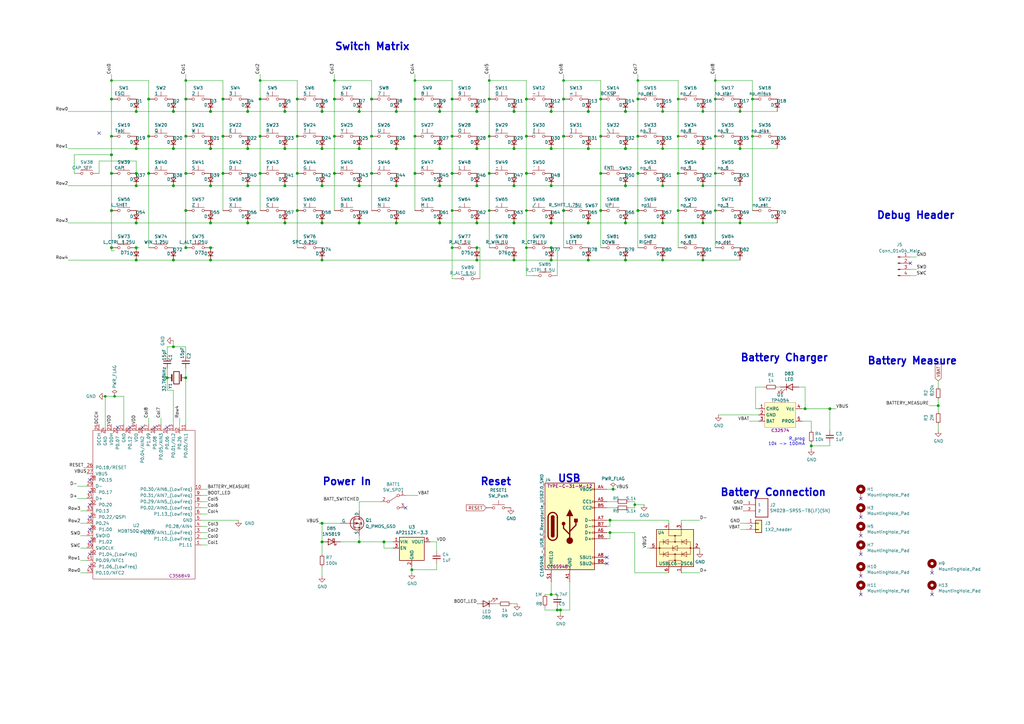
<source format=kicad_sch>
(kicad_sch (version 20211123) (generator eeschema)
  (paper "A3")
  (title_block (title "SP56") (date "2021-03-04") (rev "1") (company "CO Boards"))
  (junction (at 106.68 71.12) (diameter 1.016))
  (junction (at 106.68 33.02))
  (junction (at 43.18 162.56))
  (junction (at 278.13 55.88))
  (junction (at 215.9 55.88) (diameter 1.016))
  (junction (at 137.16 55.88) (diameter 1.016))
  (junction (at 293.37 40.64))
  (junction (at 261.62 40.64) (diameter 1.016))
  (junction (at 195.58 106.68) (diameter 1.016))
  (junction (at 256.54 60.96) (diameter 1.016))
  (junction (at 116.84 60.96) (diameter 1.016))
  (junction (at 271.78 60.96))
  (junction (at 86.36 60.96) (diameter 1.016))
  (junction (at 132.08 222.25) (diameter 1.016))
  (junction (at 157.48 222.25) (diameter 1.016))
  (junction (at 132.08 45.72) (diameter 1.016))
  (junction (at 250.19 218.44) (diameter 1.016))
  (junction (at 278.13 71.12))
  (junction (at 76.2 33.02))
  (junction (at 210.82 76.2) (diameter 1.016))
  (junction (at 271.78 45.72))
  (junction (at 261.62 86.36) (diameter 1.016))
  (junction (at 137.16 33.02))
  (junction (at 91.44 71.12) (diameter 1.016))
  (junction (at 210.82 45.72) (diameter 1.016))
  (junction (at 180.34 76.2) (diameter 1.016))
  (junction (at 170.18 71.12) (diameter 1.016))
  (junction (at 261.62 71.12) (diameter 1.016))
  (junction (at 288.29 91.44))
  (junction (at 116.84 91.44) (diameter 1.016))
  (junction (at 55.88 76.2) (diameter 1.016))
  (junction (at 86.36 101.6) (diameter 1.016))
  (junction (at 241.3 91.44) (diameter 1.016))
  (junction (at 246.38 86.36) (diameter 1.016))
  (junction (at 308.61 55.88))
  (junction (at 195.58 91.44) (diameter 1.016))
  (junction (at 106.68 55.88) (diameter 1.016))
  (junction (at 226.06 60.96) (diameter 1.016))
  (junction (at 246.38 55.88) (diameter 1.016))
  (junction (at 195.58 45.72) (diameter 1.016))
  (junction (at 256.54 45.72) (diameter 1.016))
  (junction (at 303.53 60.96))
  (junction (at 86.36 45.72) (diameter 1.016))
  (junction (at 86.36 106.68) (diameter 1.016))
  (junction (at 332.74 182.88) (diameter 1.016))
  (junction (at 241.3 60.96) (diameter 1.016))
  (junction (at 101.6 60.96) (diameter 1.016))
  (junction (at 170.18 55.88) (diameter 1.016))
  (junction (at 210.82 91.44) (diameter 1.016))
  (junction (at 76.2 40.64) (diameter 1.016))
  (junction (at 180.34 91.44) (diameter 1.016))
  (junction (at 271.78 76.2))
  (junction (at 226.06 76.2) (diameter 1.016))
  (junction (at 162.56 91.44) (diameter 1.016))
  (junction (at 101.6 91.44) (diameter 1.016))
  (junction (at 170.18 33.02))
  (junction (at 215.9 40.64) (diameter 1.016))
  (junction (at 55.88 45.72) (diameter 1.016))
  (junction (at 241.3 106.68) (diameter 1.016))
  (junction (at 121.92 55.88) (diameter 1.016))
  (junction (at 200.66 71.12) (diameter 1.016))
  (junction (at 71.12 142.24) (diameter 1.016))
  (junction (at 168.91 233.68) (diameter 1.016))
  (junction (at 86.36 91.44) (diameter 1.016))
  (junction (at 152.4 55.88) (diameter 1.016))
  (junction (at 76.2 71.12) (diameter 1.016))
  (junction (at 228.6 250.19) (diameter 1.016))
  (junction (at 384.81 166.37) (diameter 1.016))
  (junction (at 226.06 91.44) (diameter 1.016))
  (junction (at 76.2 86.36) (diameter 1.016))
  (junction (at 210.82 106.68) (diameter 1.016))
  (junction (at 185.42 101.6))
  (junction (at 293.37 71.12))
  (junction (at 226.06 106.68) (diameter 1.016))
  (junction (at 71.12 76.2) (diameter 1.016))
  (junction (at 271.78 106.68))
  (junction (at 271.78 91.44))
  (junction (at 288.29 60.96))
  (junction (at 121.92 40.64) (diameter 1.016))
  (junction (at 121.92 71.12) (diameter 1.016))
  (junction (at 260.35 207.01) (diameter 0.9144))
  (junction (at 68.58 154.94) (diameter 1.016))
  (junction (at 303.53 45.72))
  (junction (at 185.42 40.64) (diameter 1.016))
  (junction (at 147.32 60.96) (diameter 1.016))
  (junction (at 226.06 101.6) (diameter 1.016))
  (junction (at 308.61 40.64))
  (junction (at 91.44 55.88) (diameter 1.016))
  (junction (at 45.72 40.64) (diameter 1.016))
  (junction (at 76.2 154.94) (diameter 1.016))
  (junction (at 45.72 63.5) (diameter 1.016))
  (junction (at 256.54 106.68) (diameter 1.016))
  (junction (at 340.36 167.64) (diameter 1.016))
  (junction (at 106.68 40.64) (diameter 1.016))
  (junction (at 162.56 45.72) (diameter 1.016))
  (junction (at 185.42 86.36))
  (junction (at 60.96 71.12) (diameter 1.016))
  (junction (at 261.62 33.02))
  (junction (at 288.29 45.72))
  (junction (at 45.72 33.02))
  (junction (at 288.29 106.68))
  (junction (at 132.08 60.96) (diameter 1.016))
  (junction (at 278.13 86.36))
  (junction (at 200.66 86.36))
  (junction (at 226.06 243.84) (diameter 1.016))
  (junction (at 55.88 106.68) (diameter 1.016))
  (junction (at 180.34 60.96) (diameter 1.016))
  (junction (at 162.56 76.2) (diameter 1.016))
  (junction (at 91.44 40.64) (diameter 1.016))
  (junction (at 147.32 45.72) (diameter 1.016))
  (junction (at 71.12 45.72) (diameter 1.016))
  (junction (at 200.66 55.88) (diameter 1.016))
  (junction (at 278.13 40.64))
  (junction (at 137.16 40.64) (diameter 1.016))
  (junction (at 137.16 71.12) (diameter 1.016))
  (junction (at 45.72 71.12) (diameter 1.016))
  (junction (at 147.32 222.25) (diameter 1.016))
  (junction (at 200.66 33.02))
  (junction (at 86.36 76.2) (diameter 1.016))
  (junction (at 215.9 101.6))
  (junction (at 45.72 101.6) (diameter 1.016))
  (junction (at 210.82 60.96) (diameter 1.016))
  (junction (at 55.88 71.12) (diameter 1.016))
  (junction (at 101.6 45.72) (diameter 1.016))
  (junction (at 226.06 45.72) (diameter 1.016))
  (junction (at 241.3 45.72) (diameter 1.016))
  (junction (at 303.53 91.44))
  (junction (at 261.62 55.88) (diameter 1.016))
  (junction (at 55.88 91.44) (diameter 1.016))
  (junction (at 60.96 40.64) (diameter 1.016))
  (junction (at 180.34 45.72) (diameter 1.016))
  (junction (at 152.4 40.64) (diameter 1.016))
  (junction (at 147.32 76.2) (diameter 1.016))
  (junction (at 147.32 91.44) (diameter 1.016))
  (junction (at 76.2 55.88) (diameter 1.016))
  (junction (at 116.84 76.2) (diameter 1.016))
  (junction (at 45.72 55.88) (diameter 1.016))
  (junction (at 132.08 91.44) (diameter 1.016))
  (junction (at 152.4 71.12) (diameter 1.016))
  (junction (at 200.66 40.64) (diameter 1.016))
  (junction (at 231.14 86.36) (diameter 1.016))
  (junction (at 101.6 76.2) (diameter 1.016))
  (junction (at 46.99 162.56))
  (junction (at 231.14 55.88) (diameter 1.016))
  (junction (at 293.37 86.36))
  (junction (at 330.2 167.64) (diameter 1.016))
  (junction (at 256.54 76.2) (diameter 1.016))
  (junction (at 246.38 40.64) (diameter 1.016))
  (junction (at 170.18 40.64) (diameter 1.016))
  (junction (at 116.84 45.72) (diameter 1.016))
  (junction (at 246.38 71.12) (diameter 1.016))
  (junction (at 195.58 60.96) (diameter 1.016))
  (junction (at 132.08 106.68))
  (junction (at 185.42 71.12) (diameter 1.016))
  (junction (at 250.19 213.36) (diameter 1.016))
  (junction (at 71.12 60.96) (diameter 1.016))
  (junction (at 293.37 55.88))
  (junction (at 231.14 33.02))
  (junction (at 256.54 91.44) (diameter 1.016))
  (junction (at 293.37 33.02))
  (junction (at 195.58 76.2) (diameter 1.016))
  (junction (at 195.58 101.6) (diameter 1.016))
  (junction (at 215.9 86.36))
  (junction (at 251.46 200.66) (diameter 1.016))
  (junction (at 55.88 101.6) (diameter 1.016))
  (junction (at 45.72 86.36) (diameter 1.016))
  (junction (at 55.88 60.96) (diameter 1.016))
  (junction (at 162.56 60.96) (diameter 1.016))
  (junction (at 215.9 71.12) (diameter 1.016))
  (junction (at 288.29 76.2))
  (junction (at 229.87 250.19) (diameter 1.016))
  (junction (at 132.08 76.2) (diameter 1.016))
  (junction (at 132.08 214.63) (diameter 1.016))
  (junction (at 76.2 101.6) (diameter 1.016))
  (junction (at 60.96 55.88) (diameter 1.016))
  (junction (at 185.42 55.88) (diameter 1.016))
  (junction (at 121.92 86.36) (diameter 1.016))
  (junction (at 231.14 40.64) (diameter 1.016))
  (junction (at 71.12 106.68) (diameter 1.016))
  (no_connect (at 166.37 208.28))
  (no_connect (at 353.06 219.71))
  (no_connect (at 40.64 54.61))
  (no_connect (at 48.26 175.26))
  (no_connect (at 68.58 175.26))
  (no_connect (at 63.5 175.26))
  (no_connect (at 58.42 175.26))
  (no_connect (at 53.34 175.26))
  (no_connect (at 36.83 232.41))
  (no_connect (at 36.83 217.17))
  (no_connect (at 36.83 222.25))
  (no_connect (at 36.83 227.33))
  (no_connect (at 36.83 196.85))
  (no_connect (at 36.83 212.09))
  (no_connect (at 36.83 207.01))
  (no_connect (at 36.83 201.93))
  (no_connect (at 382.27 243.84))
  (no_connect (at 353.06 212.09))
  (no_connect (at 248.92 231.14))
  (no_connect (at 353.06 204.47))
  (no_connect (at 353.06 227.33))
  (no_connect (at 353.06 243.84))
  (no_connect (at 373.38 107.95))
  (no_connect (at 353.06 236.22))
  (no_connect (at 382.27 234.95))
  (no_connect (at 248.92 228.6))
  (wire (pts (xy 228.6 101.6) (xy 226.06 101.6)))
  (wire (pts (xy 229.87 250.19) (xy 233.68 250.19)))
  (wire (pts (xy 288.29 60.96) (xy 303.53 60.96)))
  (wire (pts (xy 180.34 76.2) (xy 195.58 76.2)))
  (wire (pts (xy 200.66 55.88) (xy 200.66 71.12)))
  (wire (pts (xy 91.44 40.64) (xy 91.44 55.88)))
  (wire (pts (xy 278.13 86.36) (xy 278.13 101.6)))
  (wire (pts (xy 34.29 191.77) (xy 35.56 191.77)))
  (wire (pts (xy 261.62 86.36) (xy 261.62 101.6)))
  (wire (pts (xy 330.2 167.64) (xy 340.36 167.64)))
  (wire (pts (xy 185.42 40.64) (xy 185.42 55.88)))
  (wire (pts (xy 147.32 91.44) (xy 162.56 91.44)))
  (wire (pts (xy 130.81 214.63) (xy 132.08 214.63)))
  (wire (pts (xy 288.29 45.72) (xy 303.53 45.72)))
  (wire (pts (xy 68.58 146.05) (xy 68.58 142.24)))
  (wire (pts (xy 256.54 60.96) (xy 271.78 60.96)))
  (wire (pts (xy 293.37 86.36) (xy 293.37 101.6)))
  (wire (pts (xy 71.12 160.02) (xy 71.12 173.99)))
  (wire (pts (xy 195.58 91.44) (xy 210.82 91.44)))
  (wire (pts (xy 330.2 167.64) (xy 330.2 158.75)))
  (wire (pts (xy 137.16 55.88) (xy 137.16 71.12)))
  (wire (pts (xy 260.35 234.95) (xy 260.35 218.44)))
  (wire (pts (xy 274.32 234.95) (xy 260.35 234.95)))
  (wire (pts (xy 147.32 222.25) (xy 157.48 222.25)))
  (wire (pts (xy 45.72 33.02) (xy 60.96 33.02)))
  (wire (pts (xy 261.62 40.64) (xy 261.62 55.88)))
  (wire (pts (xy 132.08 91.44) (xy 147.32 91.44)))
  (wire (pts (xy 271.78 45.72) (xy 288.29 45.72)))
  (wire (pts (xy 215.9 71.12) (xy 215.9 86.36)))
  (wire (pts (xy 210.82 91.44) (xy 226.06 91.44)))
  (wire (pts (xy 45.72 71.12) (xy 45.72 86.36)))
  (wire (pts (xy 166.37 203.2) (xy 171.45 203.2)))
  (wire (pts (xy 340.36 182.88) (xy 332.74 182.88)))
  (wire (pts (xy 241.3 106.68) (xy 256.54 106.68)))
  (wire (pts (xy 185.42 114.3) (xy 186.69 114.3)))
  (wire (pts (xy 293.37 71.12) (xy 293.37 86.36)))
  (wire (pts (xy 271.78 106.68) (xy 288.29 106.68)))
  (wire (pts (xy 152.4 71.12) (xy 152.4 86.36)))
  (wire (pts (xy 308.61 40.64) (xy 308.61 55.88)))
  (wire (pts (xy 27.94 76.2) (xy 55.88 76.2)))
  (wire (pts (xy 278.13 71.12) (xy 278.13 86.36)))
  (wire (pts (xy 252.73 205.74) (xy 248.92 205.74)))
  (wire (pts (xy 91.44 33.02) (xy 91.44 40.64)))
  (wire (pts (xy 168.91 233.68) (xy 179.07 233.68)))
  (wire (pts (xy 147.32 76.2) (xy 162.56 76.2)))
  (wire (pts (xy 132.08 214.63) (xy 132.08 222.25)))
  (wire (pts (xy 248.92 218.44) (xy 250.19 218.44)))
  (wire (pts (xy 76.2 154.94) (xy 76.2 173.99)))
  (wire (pts (xy 215.9 101.6) (xy 215.9 113.03)))
  (wire (pts (xy 170.18 40.64) (xy 170.18 55.88)))
  (wire (pts (xy 31.75 204.47) (xy 35.56 204.47)))
  (wire (pts (xy 76.2 33.02) (xy 76.2 40.64)))
  (wire (pts (xy 251.46 200.66) (xy 248.92 200.66)))
  (wire (pts (xy 76.2 30.48) (xy 76.2 33.02)))
  (wire (pts (xy 170.18 71.12) (xy 170.18 86.36)))
  (wire (pts (xy 384.81 166.37) (xy 384.81 168.91)))
  (wire (pts (xy 121.92 33.02) (xy 121.92 40.64)))
  (wire (pts (xy 384.81 173.99) (xy 384.81 176.53)))
  (wire (pts (xy 215.9 33.02) (xy 215.9 40.64)))
  (wire (pts (xy 279.4 213.36) (xy 287.02 213.36)))
  (wire (pts (xy 55.88 101.6) (xy 57.15 101.6)))
  (wire (pts (xy 261.62 30.48) (xy 261.62 33.02)))
  (wire (pts (xy 77.47 101.6) (xy 76.2 101.6)))
  (wire (pts (xy 293.37 30.48) (xy 293.37 33.02)))
  (wire (pts (xy 55.88 60.96) (xy 71.12 60.96)))
  (wire (pts (xy 121.92 40.64) (xy 121.92 55.88)))
  (wire (pts (xy 260.35 207.01) (xy 264.16 207.01)))
  (wire (pts (xy 246.38 33.02) (xy 231.14 33.02)))
  (wire (pts (xy 40.64 66.04) (xy 55.88 66.04)))
  (wire (pts (xy 271.78 91.44) (xy 288.29 91.44)))
  (wire (pts (xy 68.58 160.02) (xy 68.58 154.94)))
  (wire (pts (xy 200.66 40.64) (xy 200.66 55.88)))
  (wire (pts (xy 195.58 76.2) (xy 210.82 76.2)))
  (wire (pts (xy 156.21 205.74) (xy 147.32 205.74)))
  (wire (pts (xy 226.06 238.76) (xy 226.06 243.84)))
  (wire (pts (xy 223.52 248.92) (xy 223.52 250.19)))
  (wire (pts (xy 27.94 91.44) (xy 55.88 91.44)))
  (wire (pts (xy 71.12 60.96) (xy 86.36 60.96)))
  (wire (pts (xy 218.44 113.03) (xy 215.9 113.03)))
  (wire (pts (xy 60.96 171.45) (xy 60.96 173.99)))
  (wire (pts (xy 195.58 60.96) (xy 210.82 60.96)))
  (wire (pts (xy 137.16 71.12) (xy 137.16 86.36)))
  (wire (pts (xy 116.84 60.96) (xy 132.08 60.96)))
  (wire (pts (xy 309.88 158.75) (xy 309.88 167.64)))
  (wire (pts (xy 168.91 232.41) (xy 168.91 233.68)))
  (wire (pts (xy 147.32 205.74) (xy 147.32 209.55)))
  (wire (pts (xy 55.88 66.04) (xy 55.88 71.12)))
  (wire (pts (xy 256.54 76.2) (xy 271.78 76.2)))
  (wire (pts (xy 30.48 63.5) (xy 45.72 63.5)))
  (wire (pts (xy 228.6 250.19) (xy 229.87 250.19)))
  (wire (pts (xy 76.2 154.94) (xy 76.2 151.13)))
  (wire (pts (xy 137.16 40.64) (xy 137.16 55.88)))
  (wire (pts (xy 86.36 76.2) (xy 101.6 76.2)))
  (wire (pts (xy 226.06 60.96) (xy 241.3 60.96)))
  (wire (pts (xy 33.02 229.87) (xy 35.56 229.87)))
  (wire (pts (xy 82.55 205.74) (xy 85.09 205.74)))
  (wire (pts (xy 132.08 214.63) (xy 139.7 214.63)))
  (wire (pts (xy 328.93 172.72) (xy 332.74 172.72)))
  (wire (pts (xy 40.64 66.04) (xy 40.64 71.12)))
  (wire (pts (xy 55.88 106.68) (xy 71.12 106.68)))
  (wire (pts (xy 200.66 30.48) (xy 200.66 33.02)))
  (wire (pts (xy 91.44 71.12) (xy 91.44 86.36)))
  (wire (pts (xy 86.36 45.72) (xy 101.6 45.72)))
  (wire (pts (xy 256.54 91.44) (xy 271.78 91.44)))
  (wire (pts (xy 170.18 30.48) (xy 170.18 33.02)))
  (wire (pts (xy 246.38 40.64) (xy 246.38 55.88)))
  (wire (pts (xy 373.38 105.41) (xy 375.92 105.41)))
  (wire (pts (xy 86.36 106.68) (xy 132.08 106.68)))
  (wire (pts (xy 180.34 91.44) (xy 195.58 91.44)))
  (wire (pts (xy 45.72 102.87) (xy 46.99 102.87)))
  (wire (pts (xy 106.68 33.02) (xy 121.92 33.02)))
  (wire (pts (xy 287.02 224.79) (xy 287.02 226.06)))
  (wire (pts (xy 55.88 76.2) (xy 71.12 76.2)))
  (wire (pts (xy 373.38 110.49) (xy 375.92 110.49)))
  (wire (pts (xy 248.92 220.98) (xy 250.19 220.98)))
  (wire (pts (xy 271.78 60.96) (xy 288.29 60.96)))
  (wire (pts (xy 384.81 163.83) (xy 384.81 166.37)))
  (wire (pts (xy 106.68 71.12) (xy 106.68 86.36)))
  (wire (pts (xy 71.12 45.72) (xy 86.36 45.72)))
  (wire (pts (xy 293.37 33.02) (xy 293.37 40.64)))
  (wire (pts (xy 250.19 218.44) (xy 260.35 218.44)))
  (wire (pts (xy 76.2 33.02) (xy 91.44 33.02)))
  (wire (pts (xy 157.48 222.25) (xy 161.29 222.25)))
  (wire (pts (xy 132.08 232.41) (xy 132.08 236.22)))
  (wire (pts (xy 261.62 55.88) (xy 261.62 71.12)))
  (wire (pts (xy 228.6 113.03) (xy 228.6 101.6)))
  (wire (pts (xy 31.75 199.39) (xy 35.56 199.39)))
  (wire (pts (xy 176.53 222.25) (xy 179.07 222.25)))
  (wire (pts (xy 185.42 33.02) (xy 185.42 40.64)))
  (wire (pts (xy 332.74 182.88) (xy 332.74 184.15)))
  (wire (pts (xy 223.52 250.19) (xy 228.6 250.19)))
  (wire (pts (xy 195.58 45.72) (xy 210.82 45.72)))
  (wire (pts (xy 170.18 33.02) (xy 170.18 40.64)))
  (wire (pts (xy 33.02 219.71) (xy 35.56 219.71)))
  (wire (pts (xy 229.87 250.19) (xy 229.87 251.46)))
  (wire (pts (xy 303.53 214.63) (xy 306.07 214.63)))
  (wire (pts (xy 101.6 60.96) (xy 116.84 60.96)))
  (wire (pts (xy 332.74 181.61) (xy 332.74 182.88)))
  (wire (pts (xy 82.55 210.82) (xy 85.09 210.82)))
  (wire (pts (xy 294.64 170.18) (xy 311.15 170.18)))
  (wire (pts (xy 60.96 40.64) (xy 60.96 55.88)))
  (wire (pts (xy 241.3 45.72) (xy 256.54 45.72)))
  (wire (pts (xy 248.92 213.36) (xy 250.19 213.36)))
  (wire (pts (xy 137.16 33.02) (xy 152.4 33.02)))
  (wire (pts (xy 60.96 55.88) (xy 60.96 71.12)))
  (wire (pts (xy 231.14 30.48) (xy 231.14 33.02)))
  (wire (pts (xy 101.6 91.44) (xy 116.84 91.44)))
  (wire (pts (xy 170.18 55.88) (xy 170.18 71.12)))
  (wire (pts (xy 252.73 200.66) (xy 251.46 200.66)))
  (wire (pts (xy 45.72 101.6) (xy 45.72 102.87)))
  (wire (pts (xy 45.72 30.48) (xy 45.72 33.02)))
  (wire (pts (xy 76.2 55.88) (xy 76.2 71.12)))
  (wire (pts (xy 91.44 55.88) (xy 91.44 71.12)))
  (wire (pts (xy 139.7 222.25) (xy 147.32 222.25)))
  (wire (pts (xy 185.42 71.12) (xy 185.42 86.36)))
  (wire (pts (xy 180.34 45.72) (xy 195.58 45.72)))
  (wire (pts (xy 200.66 33.02) (xy 200.66 40.64)))
  (wire (pts (xy 43.18 162.56) (xy 46.99 162.56)))
  (wire (pts (xy 307.34 172.72) (xy 311.15 172.72)))
  (wire (pts (xy 82.55 215.9) (xy 85.09 215.9)))
  (wire (pts (xy 261.62 71.12) (xy 261.62 86.36)))
  (wire (pts (xy 260.35 205.74) (xy 260.35 207.01)))
  (wire (pts (xy 293.37 40.64) (xy 293.37 55.88)))
  (wire (pts (xy 226.06 243.84) (xy 228.6 243.84)))
  (wire (pts (xy 132.08 106.68) (xy 195.58 106.68)))
  (wire (pts (xy 68.58 154.94) (xy 68.58 151.13)))
  (wire (pts (xy 71.12 142.24) (xy 76.2 142.24)))
  (wire (pts (xy 246.38 86.36) (xy 246.38 101.6)))
  (wire (pts (xy 200.66 86.36) (xy 200.66 101.6)))
  (wire (pts (xy 226.06 76.2) (xy 256.54 76.2)))
  (wire (pts (xy 162.56 76.2) (xy 180.34 76.2)))
  (wire (pts (xy 106.68 33.02) (xy 106.68 40.64)))
  (wire (pts (xy 303.53 45.72) (xy 318.77 45.72)))
  (wire (pts (xy 340.36 167.64) (xy 342.9 167.64)))
  (wire (pts (xy 210.82 76.2) (xy 226.06 76.2)))
  (wire (pts (xy 132.08 76.2) (xy 147.32 76.2)))
  (wire (pts (xy 308.61 55.88) (xy 308.61 86.36)))
  (wire (pts (xy 50.8 173.99) (xy 50.8 162.56)))
  (wire (pts (xy 116.84 45.72) (xy 132.08 45.72)))
  (wire (pts (xy 260.35 208.28) (xy 260.35 207.01)))
  (wire (pts (xy 33.02 224.79) (xy 35.56 224.79)))
  (wire (pts (xy 82.55 200.66) (xy 85.09 200.66)))
  (wire (pts (xy 147.32 219.71) (xy 147.32 222.25)))
  (wire (pts (xy 76.2 142.24) (xy 76.2 146.05)))
  (wire (pts (xy 256.54 106.68) (xy 271.78 106.68)))
  (wire (pts (xy 157.48 222.25) (xy 157.48 224.79)))
  (wire (pts (xy 303.53 217.17) (xy 306.07 217.17)))
  (wire (pts (xy 55.88 91.44) (xy 86.36 91.44)))
  (wire (pts (xy 137.16 30.48) (xy 137.16 33.02)))
  (wire (pts (xy 71.12 106.68) (xy 86.36 106.68)))
  (wire (pts (xy 101.6 76.2) (xy 116.84 76.2)))
  (wire (pts (xy 76.2 40.64) (xy 76.2 55.88)))
  (wire (pts (xy 132.08 227.33) (xy 132.08 222.25)))
  (wire (pts (xy 45.72 55.88) (xy 45.72 63.5)))
  (wire (pts (xy 106.68 30.48) (xy 106.68 33.02)))
  (wire (pts (xy 162.56 91.44) (xy 180.34 91.44)))
  (wire (pts (xy 210.82 60.96) (xy 226.06 60.96)))
  (wire (pts (xy 82.55 213.36) (xy 97.79 213.36)))
  (wire (pts (xy 68.58 142.24) (xy 71.12 142.24)))
  (wire (pts (xy 195.58 106.68) (xy 210.82 106.68)))
  (wire (pts (xy 373.38 113.03) (xy 375.92 113.03)))
  (wire (pts (xy 265.43 224.79) (xy 266.7 224.79)))
  (wire (pts (xy 76.2 71.12) (xy 76.2 86.36)))
  (wire (pts (xy 121.92 71.12) (xy 121.92 86.36)))
  (wire (pts (xy 185.42 55.88) (xy 185.42 71.12)))
  (wire (pts (xy 330.2 158.75) (xy 327.66 158.75)))
  (wire (pts (xy 179.07 222.25) (xy 179.07 226.06)))
  (wire (pts (xy 45.72 40.64) (xy 45.72 55.88)))
  (wire (pts (xy 328.93 167.64) (xy 330.2 167.64)))
  (wire (pts (xy 30.48 63.5) (xy 30.48 71.12)))
  (wire (pts (xy 303.53 60.96) (xy 318.77 60.96)))
  (wire (pts (xy 210.82 106.68) (xy 226.06 106.68)))
  (wire (pts (xy 132.08 45.72) (xy 147.32 45.72)))
  (wire (pts (xy 101.6 45.72) (xy 116.84 45.72)))
  (wire (pts (xy 200.66 33.02) (xy 215.9 33.02)))
  (wire (pts (xy 200.66 71.12) (xy 200.66 86.36)))
  (wire (pts (xy 27.94 60.96) (xy 55.88 60.96)))
  (wire (pts (xy 279.4 213.36) (xy 279.4 214.63)))
  (wire (pts (xy 82.55 223.52) (xy 85.09 223.52)))
  (wire (pts (xy 60.96 71.12) (xy 60.96 101.6)))
  (wire (pts (xy 152.4 55.88) (xy 152.4 71.12)))
  (wire (pts (xy 320.04 158.75) (xy 318.77 158.75)))
  (wire (pts (xy 257.81 208.28) (xy 260.35 208.28)))
  (wire (pts (xy 73.66 171.45) (xy 73.66 175.26)))
  (wire (pts (xy 293.37 55.88) (xy 293.37 71.12)))
  (wire (pts (xy 76.2 86.36) (xy 76.2 101.6)))
  (wire (pts (xy 309.88 167.64) (xy 311.15 167.64)))
  (wire (pts (xy 185.42 101.6) (xy 185.42 114.3)))
  (wire (pts (xy 195.58 101.6) (xy 196.85 101.6)))
  (wire (pts (xy 381 166.37) (xy 384.81 166.37)))
  (wire (pts (xy 308.61 33.02) (xy 308.61 40.64)))
  (wire (pts (xy 303.53 91.44) (xy 318.77 91.44)))
  (wire (pts (xy 271.78 76.2) (xy 288.29 76.2)))
  (wire (pts (xy 71.12 76.2) (xy 86.36 76.2)))
  (wire (pts (xy 248.92 215.9) (xy 250.19 215.9)))
  (wire (pts (xy 288.29 106.68) (xy 303.53 106.68)))
  (wire (pts (xy 231.14 40.64) (xy 231.14 55.88)))
  (wire (pts (xy 162.56 60.96) (xy 180.34 60.96)))
  (wire (pts (xy 231.14 86.36) (xy 231.14 101.6)))
  (wire (pts (xy 226.06 106.68) (xy 241.3 106.68)))
  (wire (pts (xy 82.55 203.2) (xy 85.09 203.2)))
  (wire (pts (xy 132.08 60.96) (xy 147.32 60.96)))
  (wire (pts (xy 203.2 247.65) (xy 204.47 247.65)))
  (wire (pts (xy 179.07 231.14) (xy 179.07 233.68)))
  (wire (pts (xy 250.19 213.36) (xy 274.32 213.36)))
  (wire (pts (xy 274.32 213.36) (xy 274.32 214.63)))
  (wire (pts (xy 45.72 63.5) (xy 45.72 71.12)))
  (wire (pts (xy 246.38 55.88) (xy 246.38 71.12)))
  (wire (pts (xy 71.12 142.24) (xy 71.12 139.7)))
  (wire (pts (xy 180.34 60.96) (xy 195.58 60.96)))
  (wire (pts (xy 288.29 91.44) (xy 303.53 91.44)))
  (wire (pts (xy 246.38 71.12) (xy 246.38 86.36)))
  (wire (pts (xy 116.84 76.2) (xy 132.08 76.2)))
  (wire (pts (xy 293.37 33.02) (xy 308.61 33.02)))
  (wire (pts (xy 45.72 86.36) (xy 45.72 101.6)))
  (wire (pts (xy 279.4 234.95) (xy 287.02 234.95)))
  (wire (pts (xy 223.52 243.84) (xy 226.06 243.84)))
  (wire (pts (xy 384.81 156.21) (xy 384.81 158.75)))
  (wire (pts (xy 27.94 106.68) (xy 55.88 106.68)))
  (wire (pts (xy 116.84 91.44) (xy 132.08 91.44)))
  (wire (pts (xy 170.18 33.02) (xy 185.42 33.02)))
  (wire (pts (xy 66.04 171.45) (xy 66.04 173.99)))
  (wire (pts (xy 185.42 86.36) (xy 185.42 101.6)))
  (wire (pts (xy 256.54 45.72) (xy 271.78 45.72)))
  (wire (pts (xy 68.58 160.02) (xy 71.12 160.02)))
  (wire (pts (xy 121.92 55.88) (xy 121.92 71.12)))
  (wire (pts (xy 168.91 233.68) (xy 168.91 234.95)))
  (wire (pts (xy 250.19 213.36) (xy 250.19 215.9)))
  (wire (pts (xy 86.36 91.44) (xy 101.6 91.44)))
  (wire (pts (xy 45.72 33.02) (xy 45.72 40.64)))
  (wire (pts (xy 33.02 214.63) (xy 35.56 214.63)))
  (wire (pts (xy 196.85 101.6) (xy 196.85 114.3)))
  (wire (pts (xy 209.55 247.65) (xy 212.09 247.65)))
  (wire (pts (xy 252.73 208.28) (xy 248.92 208.28)))
  (wire (pts (xy 313.69 158.75) (xy 309.88 158.75)))
  (wire (pts (xy 340.36 167.64) (xy 340.36 176.53)))
  (wire (pts (xy 60.96 33.02) (xy 60.96 40.64)))
  (wire (pts (xy 241.3 91.44) (xy 256.54 91.44)))
  (wire (pts (xy 161.29 224.79) (xy 157.48 224.79)))
  (wire (pts (xy 147.32 60.96) (xy 162.56 60.96)))
  (wire (pts (xy 46.99 162.56) (xy 50.8 162.56)))
  (wire (pts (xy 86.36 101.6) (xy 87.63 101.6)))
  (wire (pts (xy 152.4 33.02) (xy 152.4 40.64)))
  (wire (pts (xy 278.13 40.64) (xy 278.13 55.88)))
  (wire (pts (xy 288.29 76.2) (xy 303.53 76.2)))
  (wire (pts (xy 82.55 218.44) (xy 85.09 218.44)))
  (wire (pts (xy 137.16 33.02) (xy 137.16 40.64)))
  (wire (pts (xy 215.9 86.36) (xy 215.9 101.6)))
  (wire (pts (xy 250.19 218.44) (xy 250.19 220.98)))
  (wire (pts (xy 226.06 45.72) (xy 241.3 45.72)))
  (wire (pts (xy 278.13 33.02) (xy 278.13 40.64)))
  (wire (pts (xy 86.36 60.96) (xy 101.6 60.96)))
  (wire (pts (xy 278.13 55.88) (xy 278.13 71.12)))
  (wire (pts (xy 33.02 234.95) (xy 35.56 234.95)))
  (wire (pts (xy 152.4 40.64) (xy 152.4 55.88)))
  (wire (pts (xy 82.55 208.28) (xy 85.09 208.28)))
  (wire (pts (xy 106.68 40.64) (xy 106.68 55.88)))
  (wire (pts (xy 233.68 238.76) (xy 233.68 250.19)))
  (wire (pts (xy 257.81 205.74) (xy 260.35 205.74)))
  (wire (pts (xy 340.36 181.61) (xy 340.36 182.88)))
  (wire (pts (xy 33.02 209.55) (xy 35.56 209.55)))
  (wire (pts (xy 43.18 175.26) (xy 43.18 162.56)))
  (wire (pts (xy 241.3 60.96) (xy 256.54 60.96)))
  (wire (pts (xy 27.94 45.72) (xy 55.88 45.72)))
  (wire (pts (xy 121.92 86.36) (xy 121.92 101.6)))
  (wire (pts (xy 106.68 55.88) (xy 106.68 71.12)))
  (wire (pts (xy 261.62 33.02) (xy 278.13 33.02)))
  (wire (pts (xy 55.88 45.72) (xy 71.12 45.72)))
  (wire (pts (xy 332.74 172.72) (xy 332.74 176.53)))
  (wire (pts (xy 261.62 33.02) (xy 261.62 40.64)))
  (wire (pts (xy 82.55 220.98) (xy 85.09 220.98)))
  (wire (pts (xy 226.06 91.44) (xy 241.3 91.44)))
  (wire (pts (xy 215.9 40.64) (xy 215.9 55.88)))
  (wire (pts (xy 147.32 45.72) (xy 162.56 45.72)))
  (wire (pts (xy 210.82 45.72) (xy 226.06 45.72)))
  (wire (pts (xy 162.56 45.72) (xy 180.34 45.72)))
  (wire (pts (xy 246.38 33.02) (xy 246.38 40.64)))
  (wire (pts (xy 215.9 55.88) (xy 215.9 71.12)))
  (wire (pts (xy 231.14 33.02) (xy 231.14 40.64)))
  (wire (pts (xy 231.14 55.88) (xy 231.14 86.36)))
  (wire (pts (xy 228.6 250.19) (xy 228.6 248.92)))
  (text "Battery Connection" (at 295.275 203.835 0) (effects (font (size 2.9972 2.9972) (thickness 0.5994) bold) (justify left bottom)))
  (text "Debug Header" (at 359.41 90.17 0) (effects (font (size 2.9972 2.9972) (thickness 0.5994) bold) (justify left bottom)))
  (text "Reset" (at 196.85 199.39 0) (effects (font (size 2.9972 2.9972) (thickness 0.5994) bold) (justify left bottom)))
  (text "Battery Measure" (at 355.6 149.86 0) (effects (font (size 2.9972 2.9972) (thickness 0.5994) bold) (justify left bottom)))
  (text "Battery Charger" (at 303.53 148.59 0) (effects (font (size 2.997 2.997) (thickness 0.5994) bold) (justify left bottom)))
  (text "Power In" (at 132.08 199.39 0) (effects (font (size 2.997 2.997) (thickness 0.5994) bold) (justify left bottom)))
  (text "USB" (at 228.6 198.12 0) (effects (font (size 2.9972 2.9972) (thickness 0.5994) bold) (justify left bottom)))
  (text "R_prog\n10k -> 100mA" (at 330.2 182.88 180) (effects (font (size 1.27 1.27)) (justify right bottom)))
  (text "Switch Matrix" (at 137.16 20.955 0) (effects (font (size 2.9972 2.9972) (thickness 0.5994) bold) (justify left bottom)))
  (label "Col7" (at 261.62 30.48 90))
  (label "SWC" (at 33.02 224.79 180))
  (label "VBUS" (at 252.73 200.66 0))
  (label "Col1" (at 76.2 30.48 90))
  (label "VBUS" (at 35.56 194.31 180))
  (label "Col5" (at 85.09 205.74 0))
  (label "Row1" (at 33.02 229.87 180))
  (label "BOOT_LED" (at 195.58 247.65 180))
  (label "Row2" (at 27.94 76.2 180))
  (label "Row3" (at 33.02 209.55 180))
  (label "GND" (at 304.8 207.01 180))
  (label "Col1" (at 85.09 223.52 0))
  (label "VBUS" (at 130.81 214.63 180))
  (label "Col2" (at 106.68 30.48 90))
  (label "Col7" (at 66.04 171.45 90))
  (label "Col2" (at 85.09 218.44 0))
  (label "Col3" (at 85.09 215.9 0))
  (label "VDD" (at 179.07 222.25 0))
  (label "VBUS" (at 265.43 224.79 90))
  (label "Col0" (at 85.09 220.98 0))
  (label "Row4" (at 27.94 106.68 180))
  (label "VBAT" (at 303.53 217.17 180))
  (label "D-" (at 287.02 213.36 0))
  (label "Row4" (at 73.66 171.45 90))
  (label "VDD" (at 45.72 173.99 90))
  (label "Row0" (at 27.94 45.72 180))
  (label "BOOT_LED" (at 85.09 203.2 0))
  (label "D+" (at 287.02 234.95 0))
  (label "Col0" (at 45.72 30.48 90))
  (label "SWD" (at 33.02 219.71 180))
  (label "Col5" (at 200.66 30.48 90))
  (label "Row1" (at 27.94 60.96 180))
  (label "Col8" (at 60.96 171.45 90))
  (label "SWD" (at 375.92 110.49 0))
  (label "Col3" (at 137.16 30.48 90))
  (label "Col8" (at 293.37 30.48 90))
  (label "D-" (at 31.75 199.39 180))
  (label "VBAT" (at 171.45 203.2 0))
  (label "Row2" (at 33.02 214.63 180))
  (label "VBAT" (at 307.34 172.72 180))
  (label "Col6" (at 231.14 30.48 90))
  (label "BATTERY_MEASURE" (at 381 166.37 180))
  (label "SWC" (at 375.92 113.03 0))
  (label "GND" (at 303.53 214.63 180))
  (label "Row0" (at 33.02 234.95 180))
  (label "Col4" (at 85.09 210.82 0))
  (label "GND" (at 375.92 105.41 0))
  (label "BATT_SWITCHED" (at 147.32 205.74 180))
  (label "VDD" (at 55.88 173.99 90))
  (label "Col6" (at 85.09 208.28 0))
  (label "VBUS" (at 342.9 167.64 0))
  (label "Col4" (at 170.18 30.48 90))
  (label "RESET" (at 34.29 191.77 180))
  (label "BATTERY_MEASURE" (at 85.09 200.66 0))
  (label "Row3" (at 27.94 91.44 180))
  (label "VBAT" (at 304.8 209.55 180))
  (label "D+" (at 31.75 204.47 180))
  (label "DCCH" (at 40.64 173.99 90))
  (global_label "RESET" (shape input) (at 199.39 208.28 180) (property "Intersheet References" "${INTERSHEET_REFS}" (effects hide)))
  (global_label "VBAT" (shape input) (at 384.81 156.21 90) (property "Intersheet References" "${INTERSHEET_REFS}" (effects hide)))
  (symbol (lib_id "Device:D_Small") (at 101.6 73.66 90) (unit 1)
    (property "Reference" "D40" (at 101.4731 71.8756 90) (effects (justify right)))
    (property "Value" "D" (at 98.933 73.539 90) (effects (justify right)))
  )
  (symbol (lib_id "Device:D_Small") (at 241.3 88.9 90) (unit 1)
    (property "Reference" "D65" (at 241.1731 87.1156 90) (effects (justify right)))
    (property "Value" "D" (at 238.633 88.779 90) (effects (justify right)))
  )
  (symbol (lib_id "Device:D_Small") (at 132.08 73.66 90) (unit 1)
    (property "Reference" "D42" (at 131.9531 71.8756 90) (effects (justify right)))
    (property "Value" "D" (at 129.413 73.539 90) (effects (justify right)))
  )
  (symbol (lib_id "Switch:SW_Push") (at 298.45 55.88 0) (unit 1)
    (property "Reference" "SW35" (at 298.45 51.2888 0))
    (property "Value" "np_9" (at 296.545 53.588 0))
    (property "Footprint" "COBoards_parts:MX_1U_plate_cutout" (effects hide))
  )
  (symbol (lib_id "Mechanical:MountingHole_Pad") (at 353.06 241.3 0) (unit 1)
    (property "Reference" "H11" (at 355.6 240.024 0) (effects (justify left)))
    (property "Value" "MountingHole_Pad" (at 355.6001 242.3223 0) (effects (justify left)))
    (property "Footprint" "MountingHole:MountingHole_2.2mm_M2" (effects hide))
  )
  (symbol (lib_id "Switch:SW_Push") (at 175.26 40.64 0) (unit 1)
    (property "Reference" "SW9" (at 175.26 36.0488 0))
    (property "Value" "8" (at 173.355 38.348 0))
    (property "Footprint" "COBoards_parts:MX_1U_plate_cutout" (effects hide))
  )
  (symbol (lib_id "COBoards:TP4054") (at 320.04 170.18 0) (unit 1)
    (property "Reference" "U1" (at 320.04 161.925 0))
    (property "Value" "TP4054" (at 320.04 164.2364 0))
    (property "Footprint" "COBoards_parts:MX_1.75U_STEPPEDCAPS_plate_cutout" (effects hide))
    (property "Manufacturer PN" "TP4054" (effects hide))
    (property "LCSC PN" "C32574" (at 320.04 176.53 0))
  )
  (symbol (lib_id "Device:D_Small") (at 241.3 58.42 90) (unit 1)
    (property "Reference" "D31" (at 241.1731 56.6356 90) (effects (justify right)))
    (property "Value" "D" (at 238.633 58.299 90) (effects (justify right)))
  )
  (symbol (lib_id "Device:LED") (at 199.39 247.65 180) (unit 1)
    (property "Reference" "D86" (at 199.5678 253.1618 0))
    (property "Value" "LED" (at 199.5678 250.8504 0))
    (property "Footprint" "COBoards_parts:LED_0603_1608Metric_Window" (effects hide))
  )
  (symbol (lib_id "Switch:SW_Push") (at 157.48 71.12 0) (unit 1)
    (property "Reference" "SW46" (at 157.48 66.5288 0))
    (property "Value" "J" (at 155.575 68.828 0))
    (property "Footprint" "COBoards_parts:MX_1U_plate_cutout" (effects hide))
  )
  (symbol (lib_id "Switch:SW_Push") (at 191.77 114.3 0) (unit 1)
    (property "Reference" "SW89" (at 191.77 109.7088 0))
    (property "Value" "R_ALT_1.5U" (at 189.865 112.008 0))
    (property "Footprint" "COBoards_parts:MX_1U_plate_cutout" (effects hide))
  )
  (symbol (lib_id "Device:D_Small") (at 180.34 43.18 90) (unit 1)
    (property "Reference" "D9" (at 180.2131 41.3956 90) (effects (justify right)))
    (property "Value" "D" (at 177.673 43.059 90) (effects (justify right)))
  )
  (symbol (lib_id "Device:R_Small") (at 223.52 246.38 180) (unit 1)
    (property "Reference" "R8" (at 221.1132 247.65 0))
    (property "Value" "1M" (at 220.872 243.84 0))
  )
  (symbol (lib_id "Device:D_Small") (at 180.34 58.42 90) (unit 1)
    (property "Reference" "D27" (at 180.2131 56.6356 90) (effects (justify right)))
    (property "Value" "D" (at 177.673 58.299 90) (effects (justify right)))
  )
  (symbol (lib_id "Device:D_Small") (at 271.78 43.18 90) (unit 1)
    (property "Reference" "D15" (at 271.6531 41.3956 90) (effects (justify right)))
    (property "Value" "D" (at 269.113 43.059 90) (effects (justify right)))
  )
  (symbol (lib_id "Device:D_Small") (at 101.6 88.9 90) (unit 1)
    (property "Reference" "D56" (at 101.4731 87.1156 90) (effects (justify right)))
    (property "Value" "D" (at 98.933 88.779 90) (effects (justify right)))
  )
  (symbol (lib_id "Switch:SW_Push") (at 266.7 86.36 0) (unit 1)
    (property "Reference" "SW69" (at 266.7 81.7688 0))
    (property "Value" "np1" (at 264.795 84.068 0))
    (property "Footprint" "COBoards_parts:MX_1U_plate_cutout" (effects hide))
  )
  (symbol (lib_id "Switch:SW_Push") (at 127 71.12 0) (unit 1)
    (property "Reference" "SW44" (at 127 66.5288 0))
    (property "Value" "G" (at 125.095 68.828 0))
    (property "Footprint" "COBoards_parts:MX_1U_plate_cutout" (effects hide))
  )
  (symbol (lib_id "power:GND") (at 229.87 251.46 0) (unit 1)
    (property "Reference" "#PWR013" (effects hide))
    (property "Value" "GND" (at 229.997 255.8542 0))
  )
  (symbol (lib_id "Device:C_Small") (at 228.6 246.38 180) (unit 1)
    (property "Reference" "C5" (at 230.4477 247.65 0))
    (property "Value" "4.7nF" (at 230.206 243.84 0))
  )
  (symbol (lib_id "Switch:SW_Push") (at 205.74 101.6 0) (unit 1)
    (property "Reference" "SW78" (at 205.74 97.0088 0))
    (property "Value" "R_WIN_1U" (at 203.835 99.308 0))
    (property "Footprint" "COBoards_parts:MX_1U_plate_cutout" (effects hide))
  )
  (symbol (lib_id "Switch:SW_Push") (at 142.24 40.64 0) (unit 1)
    (property "Reference" "SW7" (at 142.24 36.0488 0))
    (property "Value" "6" (at 140.335 38.348 0))
    (property "Footprint" "COBoards_parts:MX_1U_plate_cutout" (effects hide))
  )
  (symbol (lib_id "Switch:SW_Push") (at 205.74 55.88 0) (unit 1)
    (property "Reference" "SW29" (at 205.74 51.2888 0))
    (property "Value" "P" (at 203.835 53.588 0))
    (property "Footprint" "COBoards_parts:MX_1U_plate_cutout" (effects hide))
  )
  (symbol (lib_id "Device:D_Small") (at 55.88 104.14 90) (unit 1)
    (property "Reference" "D71" (at 49.4031 103.6256 90) (effects (justify right)))
    (property "Value" "D" (at 53.213 104.019 90) (effects (justify right)))
  )
  (symbol (lib_id "Switch:SW_Push") (at 236.22 101.6 0) (unit 1)
    (property "Reference" "SW80" (at 236.22 97.0088 0))
    (property "Value" "LEFT" (at 234.315 99.308 0))
    (property "Footprint" "COBoards_parts:MX_1U_plate_cutout" (effects hide))
  )
  (symbol (lib_id "Switch:SW_Push") (at 66.04 101.6 0) (unit 1)
    (property "Reference" "SW74" (at 66.04 97.0088 0))
    (property "Value" "WIN_1.25U" (at 64.135 99.308 0))
    (property "Footprint" "COBoards_parts:MX_1U_plate_cutout" (effects hide))
  )
  (symbol (lib_id "Device:D_Small") (at 71.12 58.42 90) (unit 1)
    (property "Reference" "D20" (at 70.9931 56.6356 90) (effects (justify right)))
    (property "Value" "D" (at 68.453 58.299 90) (effects (justify right)))
  )
  (symbol (lib_id "Switch:SW_Push") (at 283.21 101.6 0) (unit 1)
    (property "Reference" "SW83" (at 283.21 97.0088 0))
    (property "Value" "np_0" (at 281.305 99.308 0))
    (property "Footprint" "COBoards_parts:MX_1U_plate_cutout" (effects hide))
  )
  (symbol (lib_id "Device:D_Small") (at 86.36 104.14 90) (unit 1)
    (property "Reference" "D73" (at 79.8831 103.6256 90) (effects (justify right)))
    (property "Value" "D" (at 83.693 104.019 90) (effects (justify right)))
  )
  (symbol (lib_id "Device:D_Small") (at 226.06 58.42 90) (unit 1)
    (property "Reference" "D30" (at 225.9331 56.6356 90) (effects (justify right)))
    (property "Value" "D" (at 223.393 58.299 90) (effects (justify right)))
  )
  (symbol (lib_id "Device:D_Small") (at 288.29 43.18 90) (unit 1)
    (property "Reference" "D16" (at 288.1631 41.3956 90) (effects (justify right)))
    (property "Value" "D" (at 285.623 43.059 90) (effects (justify right)))
  )
  (symbol (lib_id "Device:D_Small") (at 55.88 73.66 90) (unit 1)
    (property "Reference" "D37" (at 55.7531 71.8756 90) (effects (justify right)))
    (property "Value" "D" (at 53.213 73.539 90) (effects (justify right)))
  )
  (symbol (lib_id "Switch:SW_Push") (at 190.5 86.36 0) (unit 1)
    (property "Reference" "SW64" (at 190.5 81.7688 0))
    (property "Value" "," (at 188.595 84.068 0))
    (property "Footprint" "COBoards_parts:MX_1U_plate_cutout" (effects hide))
  )
  (symbol (lib_id "Device:D_Small") (at 195.58 73.66 90) (unit 1)
    (property "Reference" "D46" (at 195.4531 71.8756 90) (effects (justify right)))
    (property "Value" "D" (at 192.913 73.539 90) (effects (justify right)))
  )
  (symbol (lib_id "Switch:SW_Push") (at 127 55.88 0) (unit 1)
    (property "Reference" "SW24" (at 127 51.2888 0))
    (property "Value" "T" (at 125.095 53.588 0))
    (property "Footprint" "COBoards_parts:MX_1U_plate_cutout" (effects hide))
  )
  (symbol (lib_id "Device:D_Small") (at 210.82 58.42 90) (unit 1)
    (property "Reference" "D29" (at 210.6931 56.6356 90) (effects (justify right)))
    (property "Value" "D" (at 208.153 58.299 90) (effects (justify right)))
  )
  (symbol (lib_id "Switch:SW_Push") (at 313.69 40.64 0) (unit 1)
    (property "Reference" "SW18" (at 313.69 36.0488 0))
    (property "Value" "np_minus" (at 311.785 38.348 0))
    (property "Footprint" "COBoards_parts:MX_1U_plate_cutout" (effects hide))
  )
  (symbol (lib_id "Switch:SW_Push") (at 298.45 86.36 0) (unit 1)
    (property "Reference" "SW71" (at 298.45 81.7688 0))
    (property "Value" "np_3" (at 296.545 84.068 0))
    (property "Footprint" "COBoards_parts:MX_1U_plate_cutout" (effects hide))
  )
  (symbol (lib_id "Device:LED") (at 323.85 158.75 0) (unit 1)
    (property "Reference" "D83" (at 323.6722 153.2382 0))
    (property "Value" "LED" (at 323.6722 155.5496 0))
    (property "Footprint" "COBoards_parts:LED_0603_1608Metric_Window" (effects hide))
  )
  (symbol (lib_id "COBoards:E73-2G4M08S1C") (at 57.15 210.82 0) (unit 1)
    (property "Reference" "U2" (at 55.88 215.5254 0))
    (property "Value" "MDBT50Q-1MV2" (at 55.88 217.8241 0))
    (property "Datasheet" "https://www.raytac.com/download/index.php?index_id=43" (effects hide))
    (property "Manufacturer PN" "E73-2G4M08S1C" (effects hide))
    (property "LCSC PN" "C356849" (at 73.66 236.22 0))
  )
  (symbol (lib_id "power:GND") (at 212.09 247.65 0) (unit 1)
    (property "Reference" "#PWR012" (effects hide))
    (property "Value" "GND" (at 212.217 252.0442 0))
  )
  (symbol (lib_id "Device:R_Small") (at 255.27 205.74 90) (unit 1)
    (property "Reference" "R5" (at 254 204.47 90) (effects (justify left)))
    (property "Value" "5.1k" (at 260.985 204.47 90) (effects (justify left)))
  )
  (symbol (lib_id "power:PWR_FLAG") (at 46.99 162.56 0) (unit 1)
    (property "Reference" "#FLG01" (effects hide))
    (property "Value" "PWR_FLAG" (at 46.99 159.385 90) (effects (justify left)))
  )
  (symbol (lib_id "Device:D_Small") (at 55.88 88.9 90) (unit 1)
    (property "Reference" "D54" (at 55.7531 87.1156 90) (effects (justify right)))
    (property "Value" "D" (at 53.213 88.779 90) (effects (justify right)))
  )
  (symbol (lib_id "Switch:SW_Push") (at 175.26 71.12 0) (unit 1)
    (property "Reference" "SW47" (at 175.26 66.5288 0))
    (property "Value" "K" (at 173.355 68.828 0))
    (property "Footprint" "COBoards_parts:MX_1U_plate_cutout" (effects hide))
  )
  (symbol (lib_id "Switch:SW_Push") (at 81.28 40.64 0) (unit 1)
    (property "Reference" "SW3" (at 81.28 36.0488 0))
    (property "Value" "2" (at 79.375 38.348 0))
    (property "Footprint" "COBoards_parts:MX_1U_plate_cutout" (effects hide))
  )
  (symbol (lib_id "power:GND") (at 294.64 170.18 0) (unit 1)
    (property "Reference" "#PWR04" (effects hide))
    (property "Value" "GND" (at 294.767 174.5742 0))
  )
  (symbol (lib_id "Device:D_Small") (at 318.77 88.9 90) (unit 1)
    (property "Reference" "D70" (at 318.6431 87.1156 90) (effects (justify right)))
    (property "Value" "D" (at 316.103 88.779 90) (effects (justify right)))
  )
  (symbol (lib_id "Device:D_Small") (at 256.54 43.18 90) (unit 1)
    (property "Reference" "D14" (at 256.4131 41.3956 90) (effects (justify right)))
    (property "Value" "D" (at 253.873 43.059 90) (effects (justify right)))
  )
  (symbol (lib_id "Device:D_Small") (at 132.08 43.18 90) (unit 1)
    (property "Reference" "D6" (at 131.9531 41.3956 90) (effects (justify right)))
    (property "Value" "D" (at 129.413 43.059 90) (effects (justify right)))
  )
  (symbol (lib_id "Device:D_Small") (at 116.84 58.42 90) (unit 1)
    (property "Reference" "D23" (at 116.7131 56.6356 90) (effects (justify right)))
    (property "Value" "D" (at 114.173 58.299 90) (effects (justify right)))
  )
  (symbol (lib_id "Device:D_Small") (at 318.77 43.18 90) (unit 1)
    (property "Reference" "D18" (at 318.6431 41.3956 90) (effects (justify right)))
    (property "Value" "D" (at 316.103 43.059 90) (effects (justify right)))
  )
  (symbol (lib_id "Switch:SW_Push") (at 142.24 86.36 0) (unit 1)
    (property "Reference" "SW61" (at 142.24 81.7688 0))
    (property "Value" "B" (at 140.335 84.068 0))
    (property "Footprint" "COBoards_parts:MX_1U_plate_cutout" (effects hide))
  )
  (symbol (lib_id "Device:D_Small") (at 71.12 104.14 90) (unit 1)
    (property "Reference" "D72" (at 70.9931 102.3556 90) (effects (justify right)))
    (property "Value" "D" (at 68.453 104.019 90) (effects (justify right)))
  )
  (symbol (lib_id "Device:D_Small") (at 303.53 58.42 90) (unit 1)
    (property "Reference" "D35" (at 303.4031 56.6356 90) (effects (justify right)))
    (property "Value" "D" (at 300.863 58.299 90) (effects (justify right)))
  )
  (symbol (lib_id "power:GND") (at 71.12 139.7 270) (unit 1)
    (property "Reference" "#PWR01" (effects hide))
    (property "Value" "GND" (at 66.7258 139.827 0))
  )
  (symbol (lib_id "Device:D_Small") (at 195.58 58.42 90) (unit 1)
    (property "Reference" "D28" (at 195.4531 56.6356 90) (effects (justify right)))
    (property "Value" "D" (at 192.913 58.299 90) (effects (justify right)))
  )
  (symbol (lib_id "Switch:SW_Push") (at 66.04 55.88 0) (unit 1)
    (property "Reference" "SW20" (at 66.04 51.2888 0))
    (property "Value" "Q" (at 64.135 53.588 0))
    (property "Footprint" "COBoards_parts:MX_1U_plate_cutout" (effects hide))
  )
  (symbol (lib_id "Switch:SW_Push") (at 66.04 71.12 0) (unit 1)
    (property "Reference" "SW40" (at 66.04 66.5288 0))
    (property "Value" "A" (at 64.135 68.828 0))
    (property "Footprint" "COBoards_parts:MX_1U_plate_cutout" (effects hide))
  )
  (symbol (lib_id "Device:D_Small") (at 303.53 43.18 90) (unit 1)
    (property "Reference" "D17" (at 303.4031 41.3956 90) (effects (justify right)))
    (property "Value" "D" (at 300.863 43.059 90) (effects (justify right)))
  )
  (symbol (lib_id "Device:C_Small") (at 68.58 148.59 0) (unit 1)
    (property "Reference" "C1" (at 69.85 147.955 90) (effects (justify left)))
    (property "Value" "15pF" (at 67.31 147.955 90) (effects (justify left)))
  )
  (symbol (lib_id "Switch:SW_Push") (at 127 101.6 0) (unit 1)
    (property "Reference" "SW76" (at 127 97.0088 0))
    (property "Value" "SPC_6.25U" (at 125.095 99.308 0))
    (property "Footprint" "COBoards:MX_6.25U" (effects hide))
  )
  (symbol (lib_id "power:GND") (at 97.79 213.36 0) (unit 1)
    (property "Reference" "#PWR0101" (effects hide))
    (property "Value" "GND" (at 100.33 214.6299 0) (effects (justify left)))
  )
  (symbol (lib_id "Connector:Conn_01x04_Male") (at 368.3 107.95 0) (unit 1)
    (property "Reference" "J5" (at 368.935 100.33 0))
    (property "Value" "Conn_01x04_Male" (at 368.935 102.87 0))
  )
  (symbol (lib_id "Device:D_Small") (at 132.08 104.14 90) (unit 1)
    (property "Reference" "D74" (at 131.9531 102.3556 90) (effects (justify right)))
    (property "Value" "D" (at 129.413 104.019 90) (effects (justify right)))
  )
  (symbol (lib_id "Device:D_Small") (at 256.54 73.66 90) (unit 1)
    (property "Reference" "D50" (at 256.4131 71.8756 90) (effects (justify right)))
    (property "Value" "D" (at 253.873 73.539 90) (effects (justify right)))
  )
  (symbol (lib_id "Switch:SW_Push") (at 283.21 71.12 0) (unit 1)
    (property "Reference" "SW54" (at 283.21 66.5288 0))
    (property "Value" "np_5" (at 281.305 68.828 0))
    (property "Footprint" "COBoards_parts:MX_1U_plate_cutout" (effects hide))
  )
  (symbol (lib_id "Switch:SW_Push") (at 157.48 55.88 0) (unit 1)
    (property "Reference" "SW26" (at 157.48 51.2888 0))
    (property "Value" "U" (at 155.575 53.588 0))
    (property "Footprint" "COBoards_parts:MX_1U_plate_cutout" (effects hide))
  )
  (symbol (lib_id "power:PWR_FLAG") (at 251.46 200.66 0) (unit 1)
    (property "Reference" "#FLG02" (effects hide))
    (property "Value" "PWR_FLAG" (at 251.46 196.3356 0))
  )
  (symbol (lib_id "Switch:SW_Push") (at 236.22 86.36 0) (unit 1)
    (property "Reference" "SW67" (at 242.57 84.3088 0))
    (property "Value" "R_SHFT_1.75U" (at 231.775 84.068 0))
    (property "Footprint" "COBoards_parts:MX_1U_plate_cutout" (effects hide))
  )
  (symbol (lib_id "Switch:SW_Push") (at 266.7 40.64 0) (unit 1)
    (property "Reference" "SW15" (at 266.7 36.0488 0))
    (property "Value" "np_del" (at 264.795 38.348 0))
    (property "Footprint" "COBoards_parts:MX_1U_plate_cutout" (effects hide))
  )
  (symbol (lib_id "Switch:SW_Push") (at 251.46 101.6 0) (unit 1)
    (property "Reference" "SW81" (at 251.46 97.0088 0))
    (property "Value" "DOWN" (at 249.555 99.308 0))
    (property "Footprint" "COBoards_parts:MX_1U_plate_cutout" (effects hide))
  )
  (symbol (lib_id "Device:R_Small") (at 132.08 229.87 0) (unit 1)
    (property "Reference" "R7" (at 133.5786 228.7016 0) (effects (justify left)))
    (property "Value" "100k" (at 133.5786 231.013 0) (effects (justify left)))
  )
  (symbol (lib_id "Device:D_Small") (at 147.32 88.9 90) (unit 1)
    (property "Reference" "D59" (at 147.1931 87.1156 90) (effects (justify right)))
    (property "Value" "D" (at 144.653 88.779 90) (effects (justify right)))
  )
  (symbol (lib_id "power:GND") (at 209.55 208.28 0) (unit 1)
    (property "Reference" "#PWR08" (effects hide))
    (property "Value" "GND" (at 209.677 212.6742 0))
  )
  (symbol (lib_id "Switch:SW_Push") (at 220.98 86.36 0) (unit 1)
    (property "Reference" "SW66" (at 220.98 81.7688 0))
    (property "Value" "/" (at 219.075 84.068 0))
    (property "Footprint" "COBoards_parts:MX_1U_plate_cutout" (effects hide))
  )
  (symbol (lib_id "Device:D_Small") (at 288.29 58.42 90) (unit 1)
    (property "Reference" "D34" (at 288.1631 56.6356 90) (effects (justify right)))
    (property "Value" "D" (at 285.623 58.299 90) (effects (justify right)))
  )
  (symbol (lib_id "Switch:SW_Push") (at 50.8 71.12 0) (unit 1)
    (property "Reference" "SW39" (at 50.8 66.5288 0))
    (property "Value" "CAP" (at 48.895 68.828 0))
    (property "Footprint" "COBoards_parts:MX_1U_plate_cutout" (effects hide))
  )
  (symbol (lib_id "Device:D_Small") (at 180.34 88.9 90) (unit 1)
    (property "Reference" "D61" (at 180.2131 87.1156 90) (effects (justify right)))
    (property "Value" "D" (at 177.673 88.779 90) (effects (justify right)))
  )
  (symbol (lib_id "Switch:SW_Push") (at 313.69 86.36 0) (unit 1)
    (property "Reference" "SW72" (at 313.69 81.7688 0))
    (property "Value" "np_ent" (at 311.785 84.068 0))
    (property "Footprint" "COBoards_parts:MX_1U_plate_cutout" (effects hide))
  )
  (symbol (lib_id "Device:D_Small") (at 226.06 73.66 90) (unit 1)
    (property "Reference" "D48" (at 225.9331 71.8756 90) (effects (justify right)))
    (property "Value" "D" (at 223.393 73.539 90) (effects (justify right)))
  )
  (symbol (lib_id "Mechanical:MountingHole_Pad") (at 382.27 241.3 0) (unit 1)
    (property "Reference" "H13" (at 384.81 240.024 0) (effects (justify left)))
    (property "Value" "MountingHole_Pad" (at 384.8101 242.3223 0) (effects (justify left)))
    (property "Footprint" "MountingHole:MountingHole_2.2mm_M2" (effects hide))
  )
  (symbol (lib_id "Device:D_Small") (at 288.29 73.66 90) (unit 1)
    (property "Reference" "D52" (at 288.1631 71.8756 90) (effects (justify right)))
    (property "Value" "D" (at 285.623 73.539 90) (effects (justify right)))
  )
  (symbol (lib_id "Switch:SW_Push") (at 236.22 55.88 0) (unit 1)
    (property "Reference" "SW31" (at 236.22 51.2888 0))
    (property "Value" "]" (at 234.315 53.588 0))
    (property "Footprint" "COBoards_parts:MX_1U_plate_cutout" (effects hide))
  )
  (symbol (lib_id "Switch:SW_Push") (at 96.52 71.12 0) (unit 1)
    (property "Reference" "SW42" (at 96.52 66.5288 0))
    (property "Value" "D" (at 94.615 68.828 0))
    (property "Footprint" "COBoards_parts:MX_1U_plate_cutout" (effects hide))
  )
  (symbol (lib_id "Device:D_Small") (at 241.3 104.14 90) (unit 1)
    (property "Reference" "D78" (at 241.1731 102.3556 90) (effects (justify right)))
    (property "Value" "D" (at 238.633 104.019 90) (effects (justify right)))
  )
  (symbol (lib_id "Device:R_Small") (at 384.81 171.45 0) (unit 1)
    (property "Reference" "R3" (at 379.73 172.72 90) (effects (justify left)))
    (property "Value" "2M" (at 382.27 172.72 90) (effects (justify left)))
  )
  (symbol (lib_id "Device:D_Small") (at 162.56 73.66 90) (unit 1)
    (property "Reference" "D44" (at 162.4331 71.8756 90) (effects (justify right)))
    (property "Value" "D" (at 159.893 73.539 90) (effects (justify right)))
  )
  (symbol (lib_id "Switch:SW_Push") (at 111.76 40.64 0) (unit 1)
    (property "Reference" "SW5" (at 111.76 36.0488 0))
    (property "Value" "4" (at 109.855 38.348 0))
    (property "Footprint" "COBoards_parts:MX_1U_plate_cutout" (effects hide))
  )
  (symbol (lib_id "Switch:SW_Push") (at 111.76 55.88 0) (unit 1)
    (property "Reference" "SW23" (at 111.76 51.2888 0))
    (property "Value" "R" (at 109.855 53.588 0))
    (property "Footprint" "COBoards_parts:MX_1U_plate_cutout" (effects hide))
  )
  (symbol (lib_id "Device:D_Small") (at 210.82 43.18 90) (unit 1)
    (property "Reference" "D11" (at 210.6931 41.3956 90) (effects (justify right)))
    (property "Value" "D" (at 208.153 43.059 90) (effects (justify right)))
  )
  (symbol (lib_id "Device:R_Small") (at 332.74 179.07 0) (unit 1)
    (property "Reference" "R4" (at 334.2386 177.9016 0) (effects (justify left)))
    (property "Value" "10k" (at 334.2386 180.213 0) (effects (justify left)))
  )
  (symbol (lib_id "Mechanical:MountingHole_Pad") (at 353.06 209.55 0) (unit 1)
    (property "Reference" "H3" (at 355.6 208.274 0) (effects (justify left)))
    (property "Value" "MountingHole_Pad" (at 355.6001 210.5723 0) (effects (justify left)))
    (property "Footprint" "MountingHole:MountingHole_2.2mm_M2" (effects hide))
  )
  (symbol (lib_id "power:GND") (at 168.91 234.95 0) (unit 1)
    (property "Reference" "#PWR010" (effects hide))
    (property "Value" "GND" (at 169.037 239.3442 0))
  )
  (symbol (lib_id "Device:D_Small") (at 116.84 73.66 90) (unit 1)
    (property "Reference" "D41" (at 116.7131 71.8756 90) (effects (justify right)))
    (property "Value" "D" (at 114.173 73.539 90) (effects (justify right)))
  )
  (symbol (lib_id "Switch:SW_Push") (at 251.46 86.36 0) (unit 1)
    (property "Reference" "SW68" (at 251.46 81.7688 0))
    (property "Value" "UP" (at 249.555 84.068 0))
    (property "Footprint" "COBoards_parts:MX_1U_plate_cutout" (effects hide))
  )
  (symbol (lib_id "Switch:SW_Push") (at 190.5 40.64 0) (unit 1)
    (property "Reference" "SW10" (at 190.5 36.0488 0))
    (property "Value" "9" (at 188.595 38.348 0))
    (property "Footprint" "COBoards_parts:MX_1U_plate_cutout" (effects hide))
  )
  (symbol (lib_id "Device:R_Small") (at 316.23 158.75 270) (unit 1)
    (property "Reference" "R1" (at 316.23 153.7716 90))
    (property "Value" "1k" (at 316.23 156.083 90))
  )
  (symbol (lib_id "Device:D_Small") (at 288.29 104.14 90) (unit 1)
    (property "Reference" "D81" (at 288.1631 102.3556 90) (effects (justify right)))
    (property "Value" "D" (at 285.623 104.019 90) (effects (justify right)))
  )
  (symbol (lib_id "Switch:SW_Push") (at 142.24 71.12 0) (unit 1)
    (property "Reference" "SW45" (at 142.24 66.5288 0))
    (property "Value" "H" (at 140.335 68.828 0))
    (property "Footprint" "COBoards_parts:MX_1U_plate_cutout" (effects hide))
  )
  (symbol (lib_id "Switch:SW_Push") (at 251.46 71.12 0) (unit 1)
    (property "Reference" "SW52" (at 256.54 69.0688 0))
    (property "Value" "ENT" (at 249.555 68.828 0))
    (property "Footprint" "COBoards:MX_2.25U" (effects hide))
  )
  (symbol (lib_id "power:GND") (at 287.02 226.06 0) (unit 1)
    (property "Reference" "#PWR09" (effects hide))
    (property "Value" "GND" (at 287.147 230.4542 0))
  )
  (symbol (lib_id "power:GND") (at 43.18 162.56 270) (unit 1)
    (property "Reference" "#PWR03" (effects hide))
    (property "Value" "GND" (at 39.37 162.5599 90) (effects (justify right)))
  )
  (symbol (lib_id "Diode:1N5819") (at 135.89 222.25 180) (unit 1)
    (property "Reference" "D85" (at 135.89 216.7382 0))
    (property "Value" "1N5819" (at 135.89 219.0496 0))
    (property "Datasheet" "http://www.vishay.com/docs/88525/1n5817.pdf" (effects hide))
  )
  (symbol (lib_id "Connector_Generic:Conn_01x02") (at 311.15 214.63 0) (unit 1)
    (property "Reference" "J3" (at 313.69 214.63 0) (effects (justify left)))
    (property "Value" "1X2_header" (at 313.69 217.17 0) (effects (justify left)))
    (property "MP" "SM02B-SRSS-TB_LF__SN_" (effects hide))
    (property "AVAILABILITY" "Good" (effects hide))
    (property "PRICE" "0.23 USD" (effects hide))
    (property "DESCRIPTION" "SH Series 2 Position 1 mm Pitch Surface Mount Side Entry Shrouded Header" (effects hide))
    (property "MF" "JST" (effects hide))
    (property "PACKAGE" "None" (effects hide))
  )
  (symbol (lib_id "Device:D_Small") (at 210.82 73.66 90) (unit 1)
    (property "Reference" "D47" (at 210.6931 71.8756 90) (effects (justify right)))
    (property "Value" "D" (at 208.153 73.539 90) (effects (justify right)))
  )
  (symbol (lib_id "COBoards:Q_PMOS_GSD") (at 144.78 214.63 0) (unit 1)
    (property "Reference" "Q1" (at 149.86 213.36 0) (effects (justify left)))
    (property "Value" "Q_PMOS_GSD" (at 149.86 215.9 0) (effects (justify left)))
  )
  (symbol (lib_id "Switch:SW_Push") (at 81.28 55.88 0) (unit 1)
    (property "Reference" "SW21" (at 81.28 51.2888 0))
    (property "Value" "W" (at 79.375 53.588 0))
    (property "Footprint" "COBoards_parts:MX_1U_plate_cutout" (effects hide))
  )
  (symbol (lib_id "Device:D_Small") (at 318.77 58.42 90) (unit 1)
    (property "Reference" "D36" (at 318.6431 56.6356 90) (effects (justify right)))
    (property "Value" "D" (at 316.103 58.299 90) (effects (justify right)))
  )
  (symbol (lib_id "Device:D_Small") (at 256.54 58.42 90) (unit 1)
    (property "Reference" "D32" (at 256.4131 56.6356 90) (effects (justify right)))
    (property "Value" "D" (at 253.873 58.299 90) (effects (justify right)))
  )
  (symbol (lib_id "Device:D_Small") (at 195.58 104.14 90) (unit 1)
    (property "Reference" "D75" (at 189.1031 103.6256 90) (effects (justify right)))
    (property "Value" "D" (at 192.913 104.019 90) (effects (justify right)))
  )
  (symbol (lib_id "Device:D_Small") (at 195.58 43.18 90) (unit 1)
    (property "Reference" "D10" (at 195.4531 41.3956 90) (effects (justify right)))
    (property "Value" "D" (at 192.913 43.059 90) (effects (justify right)))
  )
  (symbol (lib_id "Device:R_Small") (at 207.01 247.65 90) (unit 1)
    (property "Reference" "R9" (at 207.01 252.6284 90))
    (property "Value" "1k" (at 207.01 250.317 90))
  )
  (symbol (lib_id "Device:D_Small") (at 210.82 104.14 90) (unit 1)
    (property "Reference" "D76" (at 204.3431 103.6256 90) (effects (justify right)))
    (property "Value" "D" (at 208.153 104.019 90) (effects (justify right)))
  )
  (symbol (lib_id "Switch:SW_Push") (at 220.98 55.88 0) (unit 1)
    (property "Reference" "SW30" (at 220.98 51.2888 0))
    (property "Value" "[" (at 219.075 53.588 0))
    (property "Footprint" "COBoards_parts:MX_1U_plate_cutout" (effects hide))
  )
  (symbol (lib_id "Device:Crystal") (at 72.39 154.94 0) (unit 1)
    (property "Reference" "Y1" (at 69.85 158.293 90))
    (property "Value" "32.768kHz" (at 67.31 155.5242 90))
  )
  (symbol (lib_id "Switch:SW_Push") (at 205.74 40.64 0) (unit 1)
    (property "Reference" "SW11" (at 205.74 36.0488 0))
    (property "Value" "0" (at 203.835 38.348 0))
    (property "Footprint" "COBoards_parts:MX_1U_plate_cutout" (effects hide))
  )
  (symbol (lib_id "Device:D_Small") (at 116.84 88.9 90) (unit 1)
    (property "Reference" "D57" (at 116.7131 87.1156 90) (effects (justify right)))
    (property "Value" "D" (at 114.173 88.779 90) (effects (justify right)))
  )
  (symbol (lib_id "Connector:USB_C_Receptacle_USB2.0") (at 233.68 215.9 0) (unit 1)
    (property "Reference" "J4" (at 223.52 196.85 0) (effects (justify left)))
    (property "Value" "C165948_-_USB_C_Receptacle_USB2.0_SMD" (at 222.25 194.31 90) (effects (justify right)))
    (property "Datasheet" "https://www.usb.org/sites/default/files/documents/usb_type-c.zip" (effects hide))
    (property "Manufacturer PN" "TYPE-C-31-M-12" (at 233.68 199.39 0))
    (property "LCSC PN" "C165948" (at 228.6 232.41 0))
  )
  (symbol (lib_id "Switch:SW_Push") (at 205.74 86.36 0) (unit 1)
    (property "Reference" "SW65" (at 205.74 81.7688 0))
    (property "Value" "." (at 203.835 84.068 0))
    (property "Footprint" "COBoards_parts:MX_1U_plate_cutout" (effects hide))
  )
  (symbol (lib_id "Switch:SW_Push") (at 205.74 71.12 0) (unit 1)
    (property "Reference" "SW49" (at 205.74 66.5288 0))
    (property "Value" ";" (at 203.835 68.828 0))
    (property "Footprint" "COBoards_parts:MX_1U_plate_cutout" (effects hide))
  )
  (symbol (lib_id "Device:D_Small") (at 195.58 88.9 90) (unit 1)
    (property "Reference" "D62" (at 195.4531 87.1156 90) (effects (justify right)))
    (property "Value" "D" (at 192.913 88.779 90) (effects (justify right)))
  )
  (symbol (lib_id "Mechanical:MountingHole_Pad") (at 353.06 217.17 0) (unit 1)
    (property "Reference" "H5" (at 355.6 215.894 0) (effects (justify left)))
    (property "Value" "MountingHole_Pad" (at 355.6001 218.1923 0) (effects (justify left)))
    (property "Footprint" "MountingHole:MountingHole_2.2mm_M2" (effects hide))
  )
  (symbol (lib_id "Device:D_Small") (at 226.06 43.18 90) (unit 1)
    (property "Reference" "D12" (at 225.9331 41.3956 90) (effects (justify right)))
    (property "Value" "D" (at 223.393 43.059 90) (effects (justify right)))
  )
  (symbol (lib_id "Device:R_Small") (at 255.27 208.28 90) (unit 1)
    (property "Reference" "R6" (at 254 209.55 90) (effects (justify left)))
    (property "Value" "5.1k" (at 260.985 209.55 90) (effects (justify left)))
  )
  (symbol (lib_id "power:GND") (at 332.74 184.15 0) (unit 1)
    (property "Reference" "#PWR06" (effects hide))
    (property "Value" "GND" (at 332.867 188.5442 0))
  )
  (symbol (lib_id "Switch:SW_Push") (at 283.21 86.36 0) (unit 1)
    (property "Reference" "SW70" (at 283.21 81.7688 0))
    (property "Value" "np_2" (at 281.305 84.068 0))
    (property "Footprint" "COBoards_parts:MX_1U_plate_cutout" (effects hide))
  )
  (symbol (lib_id "Switch:SW_Push") (at 35.56 71.12 0) (unit 1)
    (property "Reference" "SW38" (at 35.56 66.5288 0))
    (property "Value" "CAP_STP" (at 33.655 68.828 0))
    (property "Footprint" "COBoards_parts:MX_1.75U_STEPPEDCAPS_plate_cutout" (effects hide))
  )
  (symbol (lib_id "Device:D_Small") (at 86.36 58.42 90) (unit 1)
    (property "Reference" "D21" (at 86.2331 56.6356 90) (effects (justify right)))
    (property "Value" "D" (at 83.693 58.299 90) (effects (justify right)))
  )
  (symbol (lib_id "Switch:SW_Push") (at 190.5 101.6 0) (unit 1)
    (property "Reference" "SW77" (at 190.5 97.0088 0))
    (property "Value" "R_ALT_1U" (at 188.595 99.308 0))
    (property "Footprint" "COBoards_parts:MX_1U_plate_cutout" (effects hide))
  )
  (symbol (lib_id "Device:D_Small") (at 71.12 43.18 90) (unit 1)
    (property "Reference" "D2" (at 70.9931 41.3956 90) (effects (justify right)))
    (property "Value" "D" (at 68.453 43.059 90) (effects (justify right)))
  )
  (symbol (lib_id "Switch:SW_Push") (at 204.47 208.28 0) (unit 1)
    (property "Reference" "RESET1" (at 204.47 201.041 0))
    (property "Value" "SW_Push" (at 204.47 203.3524 0))
    (property "Footprint" "Button_Switch_SMD:SW_SPST_B3U-1000P" (effects hide))
  )
  (symbol (lib_id "Switch:SW_Push") (at 313.69 55.88 0) (unit 1)
    (property "Reference" "SW36" (at 313.69 51.2888 0))
    (property "Value" "np_plus" (at 311.785 53.588 0))
    (property "Footprint" "COBoards_parts:MX_1U_plate_cutout" (effects hide))
  )
  (symbol (lib_id "Switch:SW_Push") (at 283.21 40.64 0) (unit 1)
    (property "Reference" "SW16" (at 283.21 36.0488 0))
    (property "Value" "np_/" (at 281.305 38.348 0))
    (property "Footprint" "COBoards_parts:MX_1U_plate_cutout" (effects hide))
  )
  (symbol (lib_id "Mechanical:MountingHole_Pad") (at 382.27 232.41 0) (unit 1)
    (property "Reference" "H9" (at 384.81 231.134 0) (effects (justify left)))
    (property "Value" "MountingHole_Pad" (at 384.8101 233.4323 0) (effects (justify left)))
    (property "Footprint" "MountingHole:MountingHole_2.2mm_M2" (effects hide))
  )
  (symbol (lib_id "Switch:SW_Push") (at 175.26 55.88 0) (unit 1)
    (property "Reference" "SW27" (at 175.26 51.2888 0))
    (property "Value" "I" (at 173.355 53.588 0))
    (property "Footprint" "COBoards_parts:MX_1U_plate_cutout" (effects hide))
  )
  (symbol (lib_id "Mechanical:MountingHole_Pad") (at 353.06 201.93 0) (unit 1)
    (property "Reference" "H1" (at 355.6001 200.6536 0) (effects (justify left)))
    (property "Value" "MountingHole_Pad" (at 355.6001 202.9523 0) (effects (justify left)))
    (property "Footprint" "MountingHole:MountingHole_2.2mm_M2" (effects hide))
  )
  (symbol (lib_id "Device:D_Small") (at 162.56 88.9 90) (unit 1)
    (property "Reference" "D60" (at 162.4331 87.1156 90) (effects (justify right)))
    (property "Value" "D" (at 159.893 88.779 90) (effects (justify right)))
  )
  (symbol (lib_id "Device:D_Small") (at 55.88 58.42 90) (unit 1)
    (property "Reference" "D19" (at 55.7531 56.6356 90) (effects (justify right)))
    (property "Value" "D" (at 53.213 58.299 90) (effects (justify right)))
  )
  (symbol (lib_id "Device:D_Small") (at 271.78 73.66 90) (unit 1)
    (property "Reference" "D51" (at 271.6531 71.8756 90) (effects (justify right)))
    (property "Value" "D" (at 269.113 73.539 90) (effects (justify right)))
  )
  (symbol (lib_id "power:GND") (at 132.08 236.22 0) (unit 1)
    (property "Reference" "#PWR011" (effects hide))
    (property "Value" "GND" (at 132.207 240.6142 0))
  )
  (symbol (lib_id "power:GND") (at 384.81 176.53 0) (unit 1)
    (property "Reference" "#PWR05" (effects hide))
    (property "Value" "GND" (at 384.937 180.9242 0))
  )
  (symbol (lib_id "Switch:SW_Push") (at 220.98 71.12 0) (unit 1)
    (property "Reference" "SW50" (at 220.98 66.5288 0))
    (property "Value" "'" (at 219.075 68.828 0))
    (property "Footprint" "COBoards_parts:MX_1U_plate_cutout" (effects hide))
  )
  (symbol (lib_id "Switch:SW_Push") (at 81.28 71.12 0) (unit 1)
    (property "Reference" "SW41" (at 81.28 66.5288 0))
    (property "Value" "S" (at 79.375 68.828 0))
    (property "Footprint" "COBoards_parts:MX_1U_plate_cutout" (effects hide))
  )
  (symbol (lib_id "Switch:SW_Push") (at 50.8 86.36 0) (unit 1)
    (property "Reference" "SW56" (at 50.8 81.7688 0))
    (property "Value" "L_SHFT" (at 48.895 84.068 0))
    (property "Footprint" "COBoards_parts:MX_1U_plate_cutout" (effects hide))
  )
  (symbol (lib_id "Switch:SW_Push") (at 157.48 40.64 0) (unit 1)
    (property "Reference" "SW8" (at 157.48 36.0488 0))
    (property "Value" "7" (at 155.575 38.348 0))
    (property "Footprint" "COBoards_parts:MX_1U_plate_cutout" (effects hide))
  )
  (symbol (lib_id "Switch:SW_Push") (at 111.76 86.36 0) (unit 1)
    (property "Reference" "SW59" (at 111.76 81.7688 0))
    (property "Value" "C" (at 109.855 84.068 0))
    (property "Footprint" "COBoards_parts:MX_1U_plate_cutout" (effects hide))
  )
  (symbol (lib_id "Switch:SW_Push") (at 266.7 55.88 0) (unit 1)
    (property "Reference" "SW33" (at 266.7 51.2888 0))
    (property "Value" "np_7" (at 264.795 53.588 0))
    (property "Footprint" "COBoards_parts:MX_1U_plate_cutout" (effects hide))
  )
  (symbol (lib_id "Device:D_Small") (at 288.29 88.9 90) (unit 1)
    (property "Reference" "D68" (at 288.1631 87.1156 90) (effects (justify right)))
    (property "Value" "D" (at 285.623 88.779 90) (effects (justify right)))
  )
  (symbol (lib_id "Regulator_Linear:AP2112K-3.3") (at 168.91 224.79 0) (unit 1)
    (property "Reference" "U3" (at 168.91 216.1348 0))
    (property "Value" "AP2112K-3.3" (at 168.91 218.4335 0))
    (property "Datasheet" "https://www.diodes.com/assets/Datasheets/AP2112.pdf" (effects hide))
  )
  (symbol (lib_id "Device:D_Small") (at 147.32 43.18 90) (unit 1)
    (property "Reference" "D7" (at 147.1931 41.3956 90) (effects (justify right)))
    (property "Value" "D" (at 144.653 43.059 90) (effects (justify right)))
  )
  (symbol (lib_id "Switch:SW_Push") (at 111.76 71.12 0) (unit 1)
    (property "Reference" "SW43" (at 111.76 66.5288 0))
    (property "Value" "F" (at 109.855 68.828 0))
    (property "Footprint" "COBoards_parts:MX_1U_plate_cutout" (effects hide))
  )
  (symbol (lib_id "Switch:SW_Push") (at 157.48 86.36 0) (unit 1)
    (property "Reference" "SW62" (at 157.48 81.7688 0))
    (property "Value" "N" (at 155.575 84.068 0))
    (property "Footprint" "COBoards_parts:MX_1U_plate_cutout" (effects hide))
  )
  (symbol (lib_id "Device:C_Small") (at 179.07 228.6 0) (unit 1)
    (property "Reference" "C4" (at 181.3942 227.4506 0) (effects (justify left)))
    (property "Value" "1uF" (at 181.394 229.749 0) (effects (justify left)))
  )
  (symbol (lib_id "Device:D_Small") (at 86.36 88.9 90) (unit 1)
    (property "Reference" "D55" (at 86.2331 87.1156 90) (effects (justify right)))
    (property "Value" "D" (at 83.693 88.779 90) (effects (justify right)))
  )
  (symbol (lib_id "Device:D_Small") (at 147.32 58.42 90) (unit 1)
    (property "Reference" "D25" (at 147.1931 56.6356 90) (effects (justify right)))
    (property "Value" "D" (at 144.653 58.299 90) (effects (justify right)))
  )
  (symbol (lib_id "Switch:SW_Push") (at 251.46 55.88 0) (unit 1)
    (property "Reference" "SW32" (at 251.46 51.2888 0))
    (property "Value" "\\" (at 249.555 53.588 0))
    (property "Footprint" "COBoards_parts:MX_1U_plate_cutout" (effects hide))
  )
  (symbol (lib_id "Switch:SW_Push") (at 190.5 55.88 0) (unit 1)
    (property "Reference" "SW28" (at 190.5 51.2888 0))
    (property "Value" "O" (at 188.595 53.588 0))
    (property "Footprint" "COBoards_parts:MX_1U_plate_cutout" (effects hide))
  )
  (symbol (lib_id "Switch:SW_Push") (at 50.8 40.64 0) (unit 1)
    (property "Reference" "SW1" (at 50.8 36.0488 0))
    (property "Value" "ESC" (at 48.895 38.348 0))
    (property "Footprint" "COBoards_parts:MX_1U_plate_cutout" (effects hide))
  )
  (symbol (lib_id "Device:D_Small") (at 132.08 58.42 90) (unit 1)
    (property "Reference" "D24" (at 131.9531 56.6356 90) (effects (justify right)))
    (property "Value" "D" (at 129.413 58.299 90) (effects (justify right)))
  )
  (symbol (lib_id "Switch:SW_Push") (at 223.52 113.03 0) (unit 1)
    (property "Reference" "SW85" (at 223.52 108.4388 0))
    (property "Value" "R_CTRL_1.5U" (at 221.615 110.738 0))
    (property "Footprint" "COBoards_parts:MX_1U_plate_cutout" (effects hide))
  )
  (symbol (lib_id "Device:D_Small") (at 303.53 104.14 90) (unit 1)
    (property "Reference" "D82" (at 303.4031 102.3556 90) (effects (justify right)))
    (property "Value" "D" (at 300.863 104.019 90) (effects (justify right)))
  )
  (symbol (lib_id "Device:D_Small") (at 241.3 43.18 90) (unit 1)
    (property "Reference" "D13" (at 241.1731 41.3956 90) (effects (justify right)))
    (property "Value" "D" (at 238.633 43.059 90) (effects (justify right)))
  )
  (symbol (lib_id "Device:C_Small") (at 76.2 148.59 0) (unit 1)
    (property "Reference" "C2" (at 77.47 147.32 90) (effects (justify left)))
    (property "Value" "15pF" (at 74.727 147.193 90) (effects (justify left)))
  )
  (symbol (lib_id "Device:D_Small") (at 71.12 73.66 90) (unit 1)
    (property "Reference" "D38" (at 70.9931 71.8756 90) (effects (justify right)))
    (property "Value" "D" (at 68.453 73.539 90) (effects (justify right)))
  )
  (symbol (lib_id "Device:D_Small") (at 303.53 73.66 90) (unit 1)
    (property "Reference" "D53" (at 303.4031 71.8756 90) (effects (justify right)))
    (property "Value" "D" (at 300.863 73.539 90) (effects (justify right)))
  )
  (symbol (lib_id "Switch:SW_Push") (at 50.8 101.6 0) (unit 1)
    (property "Reference" "SW73" (at 50.8 97.0088 0))
    (property "Value" "L_CTRL_1.25U" (at 48.895 99.308 0))
    (property "Footprint" "COBoards_parts:MX_1U_plate_cutout" (effects hide))
  )
  (symbol (lib_id "Switch:SW_Push") (at 66.04 40.64 0) (unit 1)
    (property "Reference" "SW2" (at 66.04 36.0488 0))
    (property "Value" "1" (at 64.135 38.348 0))
    (property "Footprint" "COBoards_parts:MX_1U_plate_cutout" (effects hide))
  )
  (symbol (lib_id "Device:D_Small") (at 256.54 88.9 90) (unit 1)
    (property "Reference" "D66" (at 256.4131 87.1156 90) (effects (justify right)))
    (property "Value" "D" (at 253.873 88.779 90) (effects (justify right)))
  )
  (symbol (lib_id "Switch:SW_Push") (at 175.26 86.36 0) (unit 1)
    (property "Reference" "SW63" (at 175.26 81.7688 0))
    (property "Value" "M" (at 173.355 84.068 0))
    (property "Footprint" "COBoards_parts:MX_1U_plate_cutout" (effects hide))
  )
  (symbol (lib_id "Device:D_Small") (at 271.78 88.9 90) (unit 1)
    (property "Reference" "D67" (at 271.6531 87.1156 90) (effects (justify right)))
    (property "Value" "D" (at 269.113 88.779 90) (effects (justify right)))
  )
  (symbol (lib_id "Switch:SW_Push") (at 190.5 71.12 0) (unit 1)
    (property "Reference" "SW48" (at 190.5 66.5288 0))
    (property "Value" "L" (at 188.595 68.828 0))
    (property "Footprint" "COBoards_parts:MX_1U_plate_cutout" (effects hide))
  )
  (symbol (lib_id "Device:R_Small") (at 384.81 161.29 0) (unit 1)
    (property "Reference" "R2" (at 379.73 162.56 90) (effects (justify left)))
    (property "Value" "820k" (at 382.27 162.56 90) (effects (justify left)))
  )
  (symbol (lib_id "Device:D_Small") (at 55.88 43.18 90) (unit 1)
    (property "Reference" "D1" (at 55.7531 41.3956 90) (effects (justify right)))
    (property "Value" "D" (at 53.213 43.059 90) (effects (justify right)))
  )
  (symbol (lib_id "Device:D_Small") (at 162.56 43.18 90) (unit 1)
    (property "Reference" "D8" (at 162.4331 41.3956 90) (effects (justify right)))
    (property "Value" "D" (at 159.893 43.059 90) (effects (justify right)))
  )
  (symbol (lib_id "Device:D_Small") (at 303.53 88.9 90) (unit 1)
    (property "Reference" "D69" (at 303.4031 87.1156 90) (effects (justify right)))
    (property "Value" "D" (at 300.863 88.779 90) (effects (justify right)))
  )
  (symbol (lib_id "Device:D_Small") (at 256.54 104.14 90) (unit 1)
    (property "Reference" "D79" (at 256.4131 102.3556 90) (effects (justify right)))
    (property "Value" "D" (at 253.873 104.019 90) (effects (justify right)))
  )
  (symbol (lib_id "Switch:SW_Push") (at 96.52 40.64 0) (unit 1)
    (property "Reference" "SW4" (at 96.52 36.0488 0))
    (property "Value" "3" (at 94.615 38.348 0))
    (property "Footprint" "COBoards_parts:MX_1U_plate_cutout" (effects hide))
  )
  (symbol (lib_id "Switch:SW_SPDT") (at 161.29 205.74 0) (unit 1)
    (property "Reference" "BATT1" (at 161.29 198.6088 0))
    (property "Value" "SW_SPDT" (at 161.29 200.9075 0))
    (property "Footprint" "COBoards_parts:MX_2U" (effects hide))
  )
  (symbol (lib_id "Mechanical:MountingHole_Pad") (at 353.06 233.68 0) (unit 1)
    (property "Reference" "H10" (at 355.6 232.404 0) (effects (justify left)))
    (property "Value" "MountingHole_Pad" (at 355.6001 234.7023 0) (effects (justify left)))
    (property "Footprint" "MountingHole:MountingHole_2.2mm_M2" (effects hide))
  )
  (symbol (lib_id "Switch:SW_Push") (at 266.7 101.6 0) (unit 1)
    (property "Reference" "SW82" (at 266.7 97.0088 0))
    (property "Value" "RIGHT" (at 264.795 99.308 0))
    (property "Footprint" "COBoards_parts:MX_1U_plate_cutout" (effects hide))
  )
  (symbol (lib_id "Switch:SW_Push") (at 298.45 101.6 0) (unit 1)
    (property "Reference" "SW84" (at 298.45 97.0088 0))
    (property "Value" "np_dot" (at 296.545 99.308 0))
    (property "Footprint" "COBoards_parts:MX_1U_plate_cutout" (effects hide))
  )
  (symbol (lib_id "Switch:SW_Push") (at 96.52 55.88 0) (unit 1)
    (property "Reference" "SW22" (at 96.52 51.2888 0))
    (property "Value" "E" (at 94.615 53.588 0))
    (property "Footprint" "COBoards_parts:MX_1U_plate_cutout" (effects hide))
  )
  (symbol (lib_id "Switch:SW_Push") (at 266.7 71.12 0) (unit 1)
    (property "Reference" "SW53" (at 266.7 66.5288 0))
    (property "Value" "np_4" (at 264.795 68.828 0))
    (property "Footprint" "COBoards_parts:MX_1U_plate_cutout" (effects hide))
  )
  (symbol (lib_id "Switch:SW_Push") (at 127 86.36 0) (unit 1)
    (property "Reference" "SW60" (at 127 81.7688 0))
    (property "Value" "V" (at 125.095 84.068 0))
    (property "Footprint" "COBoards_parts:MX_1U_plate_cutout" (effects hide))
  )
  (symbol (lib_id "Device:D_Small") (at 162.56 58.42 90) (unit 1)
    (property "Reference" "D26" (at 162.4331 56.6356 90) (effects (justify right)))
    (property "Value" "D" (at 159.893 58.299 90) (effects (justify right)))
  )
  (symbol (lib_id "Device:D_Small") (at 180.34 73.66 90) (unit 1)
    (property "Reference" "D45" (at 180.2131 71.8756 90) (effects (justify right)))
    (property "Value" "D" (at 177.673 73.539 90) (effects (justify right)))
  )
  (symbol (lib_id "Device:D_Small") (at 226.06 104.14 90) (unit 1)
    (property "Reference" "D77" (at 225.9331 102.3556 90) (effects (justify right)))
    (property "Value" "D" (at 223.393 104.019 90) (effects (justify right)))
  )
  (symbol (lib_id "Switch:SW_Push") (at 298.45 71.12 0) (unit 1)
    (property "Reference" "SW55" (at 298.45 66.5288 0))
    (property "Value" "np_6" (at 296.545 68.828 0))
    (property "Footprint" "COBoards_parts:MX_1U_plate_cutout" (effects hide))
  )
  (symbol (lib_id "Switch:SW_Push") (at 142.24 55.88 0) (unit 1)
    (property "Reference" "SW25" (at 142.24 51.2888 0))
    (property "Value" "Y" (at 140.335 53.588 0))
    (property "Footprint" "COBoards_parts:MX_1U_plate_cutout" (effects hide))
  )
  (symbol (lib_id "Power_Protection:USBLC6-2SC6") (at 276.86 224.79 90) (unit 1)
    (property "Reference" "U4" (at 271.1258 218.44 90))
    (property "Value" "USBLC6-2SC6" (at 277.2345 231.14 90))
    (property "Datasheet" "https://www.st.com/resource/en/datasheet/usblc6-2.pdf" (effects hide))
    (property "LCSC" "C7519" (effects hide))
  )
  (symbol (lib_id "Device:D_Small") (at 116.84 43.18 90) (unit 1)
    (property "Reference" "D5" (at 116.7131 41.3956 90) (effects (justify right)))
    (property "Value" "D" (at 114.173 43.059 90) (effects (justify right)))
  )
  (symbol (lib_id "Switch:SW_Push") (at 127 40.64 0) (unit 1)
    (property "Reference" "SW6" (at 127 36.0488 0))
    (property "Value" "5" (at 125.095 38.348 0))
    (property "Footprint" "COBoards_parts:MX_1U_plate_cutout" (effects hide))
  )
  (symbol (lib_id "Switch:SW_Push") (at 283.21 55.88 0) (unit 1)
    (property "Reference" "SW34" (at 283.21 51.2888 0))
    (property "Value" "np_8" (at 281.305 53.588 0))
    (property "Footprint" "COBoards_parts:MX_1U_plate_cutout" (effects hide))
  )
  (symbol (lib_id "Device:D_Small") (at 101.6 43.18 90) (unit 1)
    (property "Reference" "D4" (at 101.4731 41.3956 90) (effects (justify right)))
    (property "Value" "D" (at 98.933 43.059 90) (effects (justify right)))
  )
  (symbol (lib_id "Device:C_Small") (at 340.36 179.07 0) (unit 1)
    (property "Reference" "C3" (at 342.6842 177.9206 0) (effects (justify left)))
    (property "Value" "1uF" (at 342.684 180.219 0) (effects (justify left)))
  )
  (symbol (lib_id "Device:D_Small") (at 271.78 58.42 90) (unit 1)
    (property "Reference" "D33" (at 271.6531 56.6356 90) (effects (justify right)))
    (property "Value" "D" (at 269.113 58.299 90) (effects (justify right)))
  )
  (symbol (lib_id "Switch:SW_Push") (at 220.98 101.6 0) (unit 1)
    (property "Reference" "SW79" (at 220.98 97.0088 0))
    (property "Value" "R_CTRL_1U" (at 219.075 99.308 0))
    (property "Footprint" "COBoards_parts:MX_1U_plate_cutout" (effects hide))
  )
  (symbol (lib_id "Device:D_Small") (at 132.08 88.9 90) (unit 1)
    (property "Reference" "D58" (at 131.9531 87.1156 90) (effects (justify right)))
    (property "Value" "D" (at 129.413 88.779 90) (effects (justify right)))
  )
  (symbol (lib_id "Device:D_Small") (at 210.82 88.9 90) (unit 1)
    (property "Reference" "D63" (at 210.6931 87.1156 90) (effects (justify right)))
    (property "Value" "D" (at 208.153 88.779 90) (effects (justify right)))
  )
  (symbol (lib_id "Switch:SW_Push") (at 298.45 40.64 0) (unit 1)
    (property "Reference" "SW17" (at 298.45 36.0488 0))
    (property "Value" "np_star" (at 296.545 38.348 0))
    (property "Footprint" "COBoards_parts:MX_1U_plate_cutout" (effects hide))
  )
  (symbol (lib_id "Switch:SW_Push") (at 81.28 101.6 0) (unit 1)
    (property "Reference" "SW75" (at 81.28 97.0088 0))
    (property "Value" "L_ALT_1.25U" (at 79.375 99.308 0))
    (property "Footprint" "COBoards_parts:MX_1U_plate_cutout" (effects hide))
  )
  (symbol (lib_id "Switch:SW_Push") (at 50.8 55.88 0) (unit 1)
    (property "Reference" "SW19" (at 50.8 51.2888 0))
    (property "Value" "Tab" (at 48.895 53.588 0))
    (property "Footprint" "COBoards_parts:MX_1U_plate_cutout" (effects hide))
  )
  (symbol (lib_id "Device:D_Small") (at 86.36 73.66 90) (unit 1)
    (property "Reference" "D39" (at 86.2331 71.8756 90) (effects (justify right)))
    (property "Value" "D" (at 83.693 73.539 90) (effects (justify right)))
  )
  (symbol (lib_id "Device:D_Small") (at 271.78 104.14 90) (unit 1)
    (property "Reference" "D80" (at 271.6531 102.3556 90) (effects (justify right)))
    (property "Value" "D" (at 269.113 104.019 90) (effects (justify right)))
  )
  (symbol (lib_id "Device:D_Small") (at 147.32 73.66 90) (unit 1)
    (property "Reference" "D43" (at 147.1931 71.8756 90) (effects (justify right)))
    (property "Value" "D" (at 144.653 73.539 90) (effects (justify right)))
  )
  (symbol (lib_id "Mechanical:MountingHole_Pad") (at 353.06 224.79 0) (unit 1)
    (property "Reference" "H7" (at 355.6 223.514 0) (effects (justify left)))
    (property "Value" "MountingHole_Pad" (at 355.6001 225.8123 0) (effects (justify left)))
    (property "Footprint" "MountingHole:MountingHole_2.2mm_M2" (effects hide))
  )
  (symbol (lib_id "Device:D_Small") (at 101.6 58.42 90) (unit 1)
    (property "Reference" "D22" (at 101.4731 56.6356 90) (effects (justify right)))
    (property "Value" "D" (at 98.933 58.299 90) (effects (justify right)))
  )
  (symbol (lib_id "Switch:SW_Push") (at 251.46 40.64 0) (unit 1)
    (property "Reference" "SW14" (at 251.46 36.0488 0))
    (property "Value" "BCKSP" (at 249.555 38.348 0))
    (property "Footprint" "COBoards_parts:MX_2U" (effects hide))
  )
  (symbol (lib_id "Switch:SW_Push") (at 81.28 86.36 0) (unit 1)
    (property "Reference" "SW57" (at 81.28 81.7688 0))
    (property "Value" "Z" (at 79.375 84.068 0))
    (property "Footprint" "COBoards_parts:MX_1U_plate_cutout" (effects hide))
  )
  (symbol (lib_id "Switch:SW_Push") (at 236.22 40.64 0) (unit 1)
    (property "Reference" "SW13" (at 236.22 36.0488 0))
    (property "Value" "=" (at 234.315 38.348 0))
    (property "Footprint" "COBoards_parts:MX_1U_plate_cutout" (effects hide))
  )
  (symbol (lib_id "Device:D_Small") (at 226.06 88.9 90) (unit 1)
    (property "Reference" "D64" (at 225.9331 87.1156 90) (effects (justify right)))
    (property "Value" "D" (at 223.393 88.779 90) (effects (justify right)))
  )
  (symbol (lib_id "Switch:SW_Push") (at 220.98 40.64 0) (unit 1)
    (property "Reference" "SW12" (at 220.98 36.0488 0))
    (property "Value" "-" (at 219.075 38.348 0))
    (property "Footprint" "COBoards_parts:MX_1U_plate_cutout" (effects hide))
  )
  (symbol (lib_id "power:GND") (at 264.16 207.01 0) (unit 1)
    (property "Reference" "#PWR07" (effects hide))
    (property "Value" "GND" (at 264.287 211.4042 0))
  )
  (symbol (lib_id "Switch:SW_Push") (at 96.52 86.36 0) (unit 1)
    (property "Reference" "SW58" (at 96.52 81.7688 0))
    (property "Value" "X" (at 94.615 84.068 0))
    (property "Footprint" "COBoards_parts:MX_1U_plate_cutout" (effects hide))
  )
  (symbol (lib_id "Device:D_Small") (at 86.36 43.18 90) (unit 1)
    (property "Reference" "D3" (at 86.2331 41.3956 90) (effects (justify right)))
    (property "Value" "D" (at 83.693 43.059 90) (effects (justify right)))
  )
  (symbol (lib_id "SM02B-SRSS-TB_LF__SN_:SM02B-SRSS-TB(LF)(SN)") (at 304.8 212.09 0) (unit 1)
    (property "Reference" "J2" (at 315.7221 207.1306 0) (effects (justify left)))
    (property "Value" "SM02B-SRSS-TB(LF)(SN)" (at 315.7221 209.4293 0) (effects (justify left)))
    (property "Footprint" "COBoards:SM02B-SRSS-TB(LF)(SN)" (effects hide))
    (property "MP" "SM02B-SRSS-TB_LF__SN_" (effects hide))
    (property "AVAILABILITY" "Good" (effects hide))
    (property "PRICE" "0.23 USD" (effects hide))
    (property "DESCRIPTION" "SH Series 2 Position 1 mm Pitch Surface Mount Side Entry Shrouded Header" (effects hide))
    (property "MF" "JST" (effects hide))
    (property "PACKAGE" "None" (effects hide))
  )
)
</source>
